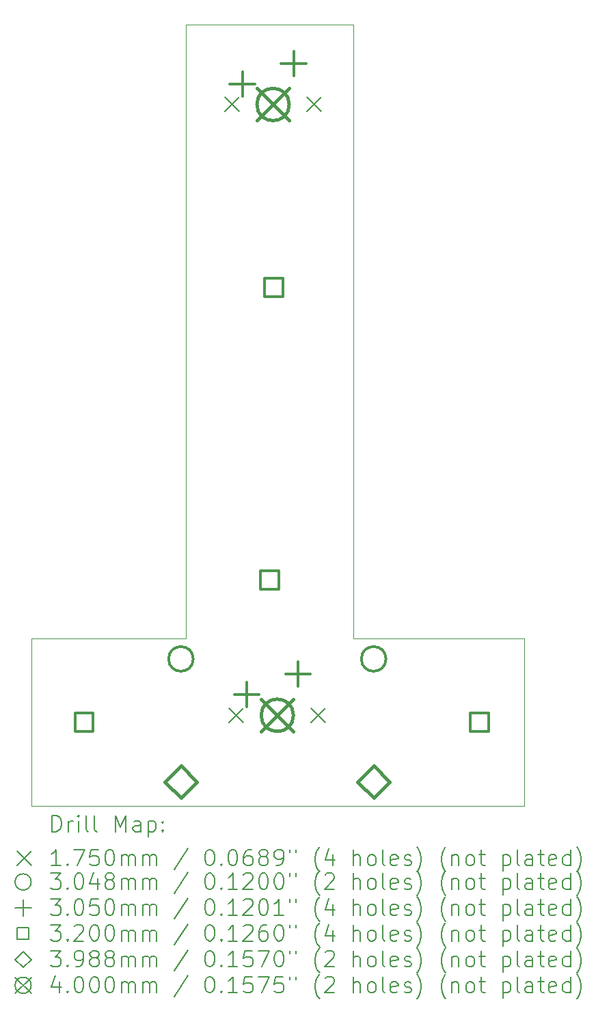
<source format=gbr>
%TF.GenerationSoftware,KiCad,Pcbnew,8.0.4*%
%TF.CreationDate,2024-07-29T14:44:43-07:00*%
%TF.ProjectId,3board_c,33626f61-7264-45f6-932e-6b696361645f,rev?*%
%TF.SameCoordinates,Original*%
%TF.FileFunction,Drillmap*%
%TF.FilePolarity,Positive*%
%FSLAX45Y45*%
G04 Gerber Fmt 4.5, Leading zero omitted, Abs format (unit mm)*
G04 Created by KiCad (PCBNEW 8.0.4) date 2024-07-29 14:44:43*
%MOMM*%
%LPD*%
G01*
G04 APERTURE LIST*
%ADD10C,0.100000*%
%ADD11C,0.200000*%
%ADD12C,0.175000*%
%ADD13C,0.304800*%
%ADD14C,0.305000*%
%ADD15C,0.320000*%
%ADD16C,0.398780*%
%ADD17C,0.400000*%
G04 APERTURE END LIST*
D10*
X15786000Y-2000000D02*
X15786000Y-9600000D01*
X11800000Y-9600000D02*
X13715000Y-9600000D01*
X17900000Y-9600000D02*
X17900000Y-11675000D01*
X15786000Y-9600000D02*
X17900000Y-9600000D01*
X13715000Y-9600000D02*
X13715000Y-2000000D01*
X11800000Y-11675000D02*
X11800000Y-9600000D01*
X13715000Y-2000000D02*
X15786000Y-2000000D01*
X17900000Y-11675000D02*
X11800000Y-11675000D01*
D11*
D12*
X14196091Y-2897912D02*
X14371091Y-3072912D01*
X14371091Y-2897912D02*
X14196091Y-3072912D01*
X14248500Y-10463500D02*
X14423500Y-10638500D01*
X14423500Y-10463500D02*
X14248500Y-10638500D01*
X15212091Y-2897912D02*
X15387091Y-3072912D01*
X15387091Y-2897912D02*
X15212091Y-3072912D01*
X15264500Y-10463500D02*
X15439500Y-10638500D01*
X15439500Y-10463500D02*
X15264500Y-10638500D01*
D13*
X13802600Y-9852500D02*
G75*
G02*
X13497800Y-9852500I-152400J0D01*
G01*
X13497800Y-9852500D02*
G75*
G02*
X13802600Y-9852500I152400J0D01*
G01*
X16190200Y-9852500D02*
G75*
G02*
X15885400Y-9852500I-152400J0D01*
G01*
X15885400Y-9852500D02*
G75*
G02*
X16190200Y-9852500I152400J0D01*
G01*
D14*
X14410591Y-2578912D02*
X14410591Y-2883912D01*
X14258091Y-2731412D02*
X14563091Y-2731412D01*
X14463000Y-10144500D02*
X14463000Y-10449500D01*
X14310500Y-10297000D02*
X14615500Y-10297000D01*
X15045591Y-2324912D02*
X15045591Y-2629912D01*
X14893091Y-2477412D02*
X15198091Y-2477412D01*
X15098000Y-9890500D02*
X15098000Y-10195500D01*
X14945500Y-10043000D02*
X15250500Y-10043000D01*
D15*
X12563138Y-10750638D02*
X12563138Y-10524362D01*
X12336862Y-10524362D01*
X12336862Y-10750638D01*
X12563138Y-10750638D01*
X14863138Y-8988138D02*
X14863138Y-8761862D01*
X14636862Y-8761862D01*
X14636862Y-8988138D01*
X14863138Y-8988138D01*
X14913138Y-5363138D02*
X14913138Y-5136862D01*
X14686862Y-5136862D01*
X14686862Y-5363138D01*
X14913138Y-5363138D01*
X17463138Y-10750638D02*
X17463138Y-10524362D01*
X17236862Y-10524362D01*
X17236862Y-10750638D01*
X17463138Y-10750638D01*
D16*
X13650200Y-11572890D02*
X13849590Y-11373500D01*
X13650200Y-11174110D01*
X13450810Y-11373500D01*
X13650200Y-11572890D01*
X16037800Y-11572890D02*
X16237190Y-11373500D01*
X16037800Y-11174110D01*
X15838410Y-11373500D01*
X16037800Y-11572890D01*
D17*
X14591591Y-2785412D02*
X14991591Y-3185412D01*
X14991591Y-2785412D02*
X14591591Y-3185412D01*
X14991591Y-2985412D02*
G75*
G02*
X14591591Y-2985412I-200000J0D01*
G01*
X14591591Y-2985412D02*
G75*
G02*
X14991591Y-2985412I200000J0D01*
G01*
X14644000Y-10351000D02*
X15044000Y-10751000D01*
X15044000Y-10351000D02*
X14644000Y-10751000D01*
X15044000Y-10551000D02*
G75*
G02*
X14644000Y-10551000I-200000J0D01*
G01*
X14644000Y-10551000D02*
G75*
G02*
X15044000Y-10551000I200000J0D01*
G01*
D11*
X12055777Y-11991484D02*
X12055777Y-11791484D01*
X12055777Y-11791484D02*
X12103396Y-11791484D01*
X12103396Y-11791484D02*
X12131967Y-11801008D01*
X12131967Y-11801008D02*
X12151015Y-11820055D01*
X12151015Y-11820055D02*
X12160539Y-11839103D01*
X12160539Y-11839103D02*
X12170062Y-11877198D01*
X12170062Y-11877198D02*
X12170062Y-11905769D01*
X12170062Y-11905769D02*
X12160539Y-11943865D01*
X12160539Y-11943865D02*
X12151015Y-11962912D01*
X12151015Y-11962912D02*
X12131967Y-11981960D01*
X12131967Y-11981960D02*
X12103396Y-11991484D01*
X12103396Y-11991484D02*
X12055777Y-11991484D01*
X12255777Y-11991484D02*
X12255777Y-11858150D01*
X12255777Y-11896246D02*
X12265301Y-11877198D01*
X12265301Y-11877198D02*
X12274824Y-11867674D01*
X12274824Y-11867674D02*
X12293872Y-11858150D01*
X12293872Y-11858150D02*
X12312920Y-11858150D01*
X12379586Y-11991484D02*
X12379586Y-11858150D01*
X12379586Y-11791484D02*
X12370062Y-11801008D01*
X12370062Y-11801008D02*
X12379586Y-11810531D01*
X12379586Y-11810531D02*
X12389110Y-11801008D01*
X12389110Y-11801008D02*
X12379586Y-11791484D01*
X12379586Y-11791484D02*
X12379586Y-11810531D01*
X12503396Y-11991484D02*
X12484348Y-11981960D01*
X12484348Y-11981960D02*
X12474824Y-11962912D01*
X12474824Y-11962912D02*
X12474824Y-11791484D01*
X12608158Y-11991484D02*
X12589110Y-11981960D01*
X12589110Y-11981960D02*
X12579586Y-11962912D01*
X12579586Y-11962912D02*
X12579586Y-11791484D01*
X12836729Y-11991484D02*
X12836729Y-11791484D01*
X12836729Y-11791484D02*
X12903396Y-11934341D01*
X12903396Y-11934341D02*
X12970062Y-11791484D01*
X12970062Y-11791484D02*
X12970062Y-11991484D01*
X13151015Y-11991484D02*
X13151015Y-11886722D01*
X13151015Y-11886722D02*
X13141491Y-11867674D01*
X13141491Y-11867674D02*
X13122443Y-11858150D01*
X13122443Y-11858150D02*
X13084348Y-11858150D01*
X13084348Y-11858150D02*
X13065301Y-11867674D01*
X13151015Y-11981960D02*
X13131967Y-11991484D01*
X13131967Y-11991484D02*
X13084348Y-11991484D01*
X13084348Y-11991484D02*
X13065301Y-11981960D01*
X13065301Y-11981960D02*
X13055777Y-11962912D01*
X13055777Y-11962912D02*
X13055777Y-11943865D01*
X13055777Y-11943865D02*
X13065301Y-11924817D01*
X13065301Y-11924817D02*
X13084348Y-11915293D01*
X13084348Y-11915293D02*
X13131967Y-11915293D01*
X13131967Y-11915293D02*
X13151015Y-11905769D01*
X13246253Y-11858150D02*
X13246253Y-12058150D01*
X13246253Y-11867674D02*
X13265301Y-11858150D01*
X13265301Y-11858150D02*
X13303396Y-11858150D01*
X13303396Y-11858150D02*
X13322443Y-11867674D01*
X13322443Y-11867674D02*
X13331967Y-11877198D01*
X13331967Y-11877198D02*
X13341491Y-11896246D01*
X13341491Y-11896246D02*
X13341491Y-11953388D01*
X13341491Y-11953388D02*
X13331967Y-11972436D01*
X13331967Y-11972436D02*
X13322443Y-11981960D01*
X13322443Y-11981960D02*
X13303396Y-11991484D01*
X13303396Y-11991484D02*
X13265301Y-11991484D01*
X13265301Y-11991484D02*
X13246253Y-11981960D01*
X13427205Y-11972436D02*
X13436729Y-11981960D01*
X13436729Y-11981960D02*
X13427205Y-11991484D01*
X13427205Y-11991484D02*
X13417682Y-11981960D01*
X13417682Y-11981960D02*
X13427205Y-11972436D01*
X13427205Y-11972436D02*
X13427205Y-11991484D01*
X13427205Y-11867674D02*
X13436729Y-11877198D01*
X13436729Y-11877198D02*
X13427205Y-11886722D01*
X13427205Y-11886722D02*
X13417682Y-11877198D01*
X13417682Y-11877198D02*
X13427205Y-11867674D01*
X13427205Y-11867674D02*
X13427205Y-11886722D01*
D12*
X11620000Y-12232500D02*
X11795000Y-12407500D01*
X11795000Y-12232500D02*
X11620000Y-12407500D01*
D11*
X12160539Y-12411484D02*
X12046253Y-12411484D01*
X12103396Y-12411484D02*
X12103396Y-12211484D01*
X12103396Y-12211484D02*
X12084348Y-12240055D01*
X12084348Y-12240055D02*
X12065301Y-12259103D01*
X12065301Y-12259103D02*
X12046253Y-12268627D01*
X12246253Y-12392436D02*
X12255777Y-12401960D01*
X12255777Y-12401960D02*
X12246253Y-12411484D01*
X12246253Y-12411484D02*
X12236729Y-12401960D01*
X12236729Y-12401960D02*
X12246253Y-12392436D01*
X12246253Y-12392436D02*
X12246253Y-12411484D01*
X12322443Y-12211484D02*
X12455777Y-12211484D01*
X12455777Y-12211484D02*
X12370062Y-12411484D01*
X12627205Y-12211484D02*
X12531967Y-12211484D01*
X12531967Y-12211484D02*
X12522443Y-12306722D01*
X12522443Y-12306722D02*
X12531967Y-12297198D01*
X12531967Y-12297198D02*
X12551015Y-12287674D01*
X12551015Y-12287674D02*
X12598634Y-12287674D01*
X12598634Y-12287674D02*
X12617682Y-12297198D01*
X12617682Y-12297198D02*
X12627205Y-12306722D01*
X12627205Y-12306722D02*
X12636729Y-12325769D01*
X12636729Y-12325769D02*
X12636729Y-12373388D01*
X12636729Y-12373388D02*
X12627205Y-12392436D01*
X12627205Y-12392436D02*
X12617682Y-12401960D01*
X12617682Y-12401960D02*
X12598634Y-12411484D01*
X12598634Y-12411484D02*
X12551015Y-12411484D01*
X12551015Y-12411484D02*
X12531967Y-12401960D01*
X12531967Y-12401960D02*
X12522443Y-12392436D01*
X12760539Y-12211484D02*
X12779586Y-12211484D01*
X12779586Y-12211484D02*
X12798634Y-12221008D01*
X12798634Y-12221008D02*
X12808158Y-12230531D01*
X12808158Y-12230531D02*
X12817682Y-12249579D01*
X12817682Y-12249579D02*
X12827205Y-12287674D01*
X12827205Y-12287674D02*
X12827205Y-12335293D01*
X12827205Y-12335293D02*
X12817682Y-12373388D01*
X12817682Y-12373388D02*
X12808158Y-12392436D01*
X12808158Y-12392436D02*
X12798634Y-12401960D01*
X12798634Y-12401960D02*
X12779586Y-12411484D01*
X12779586Y-12411484D02*
X12760539Y-12411484D01*
X12760539Y-12411484D02*
X12741491Y-12401960D01*
X12741491Y-12401960D02*
X12731967Y-12392436D01*
X12731967Y-12392436D02*
X12722443Y-12373388D01*
X12722443Y-12373388D02*
X12712920Y-12335293D01*
X12712920Y-12335293D02*
X12712920Y-12287674D01*
X12712920Y-12287674D02*
X12722443Y-12249579D01*
X12722443Y-12249579D02*
X12731967Y-12230531D01*
X12731967Y-12230531D02*
X12741491Y-12221008D01*
X12741491Y-12221008D02*
X12760539Y-12211484D01*
X12912920Y-12411484D02*
X12912920Y-12278150D01*
X12912920Y-12297198D02*
X12922443Y-12287674D01*
X12922443Y-12287674D02*
X12941491Y-12278150D01*
X12941491Y-12278150D02*
X12970063Y-12278150D01*
X12970063Y-12278150D02*
X12989110Y-12287674D01*
X12989110Y-12287674D02*
X12998634Y-12306722D01*
X12998634Y-12306722D02*
X12998634Y-12411484D01*
X12998634Y-12306722D02*
X13008158Y-12287674D01*
X13008158Y-12287674D02*
X13027205Y-12278150D01*
X13027205Y-12278150D02*
X13055777Y-12278150D01*
X13055777Y-12278150D02*
X13074824Y-12287674D01*
X13074824Y-12287674D02*
X13084348Y-12306722D01*
X13084348Y-12306722D02*
X13084348Y-12411484D01*
X13179586Y-12411484D02*
X13179586Y-12278150D01*
X13179586Y-12297198D02*
X13189110Y-12287674D01*
X13189110Y-12287674D02*
X13208158Y-12278150D01*
X13208158Y-12278150D02*
X13236729Y-12278150D01*
X13236729Y-12278150D02*
X13255777Y-12287674D01*
X13255777Y-12287674D02*
X13265301Y-12306722D01*
X13265301Y-12306722D02*
X13265301Y-12411484D01*
X13265301Y-12306722D02*
X13274824Y-12287674D01*
X13274824Y-12287674D02*
X13293872Y-12278150D01*
X13293872Y-12278150D02*
X13322443Y-12278150D01*
X13322443Y-12278150D02*
X13341491Y-12287674D01*
X13341491Y-12287674D02*
X13351015Y-12306722D01*
X13351015Y-12306722D02*
X13351015Y-12411484D01*
X13741491Y-12201960D02*
X13570063Y-12459103D01*
X13998634Y-12211484D02*
X14017682Y-12211484D01*
X14017682Y-12211484D02*
X14036729Y-12221008D01*
X14036729Y-12221008D02*
X14046253Y-12230531D01*
X14046253Y-12230531D02*
X14055777Y-12249579D01*
X14055777Y-12249579D02*
X14065301Y-12287674D01*
X14065301Y-12287674D02*
X14065301Y-12335293D01*
X14065301Y-12335293D02*
X14055777Y-12373388D01*
X14055777Y-12373388D02*
X14046253Y-12392436D01*
X14046253Y-12392436D02*
X14036729Y-12401960D01*
X14036729Y-12401960D02*
X14017682Y-12411484D01*
X14017682Y-12411484D02*
X13998634Y-12411484D01*
X13998634Y-12411484D02*
X13979586Y-12401960D01*
X13979586Y-12401960D02*
X13970063Y-12392436D01*
X13970063Y-12392436D02*
X13960539Y-12373388D01*
X13960539Y-12373388D02*
X13951015Y-12335293D01*
X13951015Y-12335293D02*
X13951015Y-12287674D01*
X13951015Y-12287674D02*
X13960539Y-12249579D01*
X13960539Y-12249579D02*
X13970063Y-12230531D01*
X13970063Y-12230531D02*
X13979586Y-12221008D01*
X13979586Y-12221008D02*
X13998634Y-12211484D01*
X14151015Y-12392436D02*
X14160539Y-12401960D01*
X14160539Y-12401960D02*
X14151015Y-12411484D01*
X14151015Y-12411484D02*
X14141491Y-12401960D01*
X14141491Y-12401960D02*
X14151015Y-12392436D01*
X14151015Y-12392436D02*
X14151015Y-12411484D01*
X14284348Y-12211484D02*
X14303396Y-12211484D01*
X14303396Y-12211484D02*
X14322444Y-12221008D01*
X14322444Y-12221008D02*
X14331967Y-12230531D01*
X14331967Y-12230531D02*
X14341491Y-12249579D01*
X14341491Y-12249579D02*
X14351015Y-12287674D01*
X14351015Y-12287674D02*
X14351015Y-12335293D01*
X14351015Y-12335293D02*
X14341491Y-12373388D01*
X14341491Y-12373388D02*
X14331967Y-12392436D01*
X14331967Y-12392436D02*
X14322444Y-12401960D01*
X14322444Y-12401960D02*
X14303396Y-12411484D01*
X14303396Y-12411484D02*
X14284348Y-12411484D01*
X14284348Y-12411484D02*
X14265301Y-12401960D01*
X14265301Y-12401960D02*
X14255777Y-12392436D01*
X14255777Y-12392436D02*
X14246253Y-12373388D01*
X14246253Y-12373388D02*
X14236729Y-12335293D01*
X14236729Y-12335293D02*
X14236729Y-12287674D01*
X14236729Y-12287674D02*
X14246253Y-12249579D01*
X14246253Y-12249579D02*
X14255777Y-12230531D01*
X14255777Y-12230531D02*
X14265301Y-12221008D01*
X14265301Y-12221008D02*
X14284348Y-12211484D01*
X14522444Y-12211484D02*
X14484348Y-12211484D01*
X14484348Y-12211484D02*
X14465301Y-12221008D01*
X14465301Y-12221008D02*
X14455777Y-12230531D01*
X14455777Y-12230531D02*
X14436729Y-12259103D01*
X14436729Y-12259103D02*
X14427206Y-12297198D01*
X14427206Y-12297198D02*
X14427206Y-12373388D01*
X14427206Y-12373388D02*
X14436729Y-12392436D01*
X14436729Y-12392436D02*
X14446253Y-12401960D01*
X14446253Y-12401960D02*
X14465301Y-12411484D01*
X14465301Y-12411484D02*
X14503396Y-12411484D01*
X14503396Y-12411484D02*
X14522444Y-12401960D01*
X14522444Y-12401960D02*
X14531967Y-12392436D01*
X14531967Y-12392436D02*
X14541491Y-12373388D01*
X14541491Y-12373388D02*
X14541491Y-12325769D01*
X14541491Y-12325769D02*
X14531967Y-12306722D01*
X14531967Y-12306722D02*
X14522444Y-12297198D01*
X14522444Y-12297198D02*
X14503396Y-12287674D01*
X14503396Y-12287674D02*
X14465301Y-12287674D01*
X14465301Y-12287674D02*
X14446253Y-12297198D01*
X14446253Y-12297198D02*
X14436729Y-12306722D01*
X14436729Y-12306722D02*
X14427206Y-12325769D01*
X14655777Y-12297198D02*
X14636729Y-12287674D01*
X14636729Y-12287674D02*
X14627206Y-12278150D01*
X14627206Y-12278150D02*
X14617682Y-12259103D01*
X14617682Y-12259103D02*
X14617682Y-12249579D01*
X14617682Y-12249579D02*
X14627206Y-12230531D01*
X14627206Y-12230531D02*
X14636729Y-12221008D01*
X14636729Y-12221008D02*
X14655777Y-12211484D01*
X14655777Y-12211484D02*
X14693872Y-12211484D01*
X14693872Y-12211484D02*
X14712920Y-12221008D01*
X14712920Y-12221008D02*
X14722444Y-12230531D01*
X14722444Y-12230531D02*
X14731967Y-12249579D01*
X14731967Y-12249579D02*
X14731967Y-12259103D01*
X14731967Y-12259103D02*
X14722444Y-12278150D01*
X14722444Y-12278150D02*
X14712920Y-12287674D01*
X14712920Y-12287674D02*
X14693872Y-12297198D01*
X14693872Y-12297198D02*
X14655777Y-12297198D01*
X14655777Y-12297198D02*
X14636729Y-12306722D01*
X14636729Y-12306722D02*
X14627206Y-12316246D01*
X14627206Y-12316246D02*
X14617682Y-12335293D01*
X14617682Y-12335293D02*
X14617682Y-12373388D01*
X14617682Y-12373388D02*
X14627206Y-12392436D01*
X14627206Y-12392436D02*
X14636729Y-12401960D01*
X14636729Y-12401960D02*
X14655777Y-12411484D01*
X14655777Y-12411484D02*
X14693872Y-12411484D01*
X14693872Y-12411484D02*
X14712920Y-12401960D01*
X14712920Y-12401960D02*
X14722444Y-12392436D01*
X14722444Y-12392436D02*
X14731967Y-12373388D01*
X14731967Y-12373388D02*
X14731967Y-12335293D01*
X14731967Y-12335293D02*
X14722444Y-12316246D01*
X14722444Y-12316246D02*
X14712920Y-12306722D01*
X14712920Y-12306722D02*
X14693872Y-12297198D01*
X14827206Y-12411484D02*
X14865301Y-12411484D01*
X14865301Y-12411484D02*
X14884348Y-12401960D01*
X14884348Y-12401960D02*
X14893872Y-12392436D01*
X14893872Y-12392436D02*
X14912920Y-12363865D01*
X14912920Y-12363865D02*
X14922444Y-12325769D01*
X14922444Y-12325769D02*
X14922444Y-12249579D01*
X14922444Y-12249579D02*
X14912920Y-12230531D01*
X14912920Y-12230531D02*
X14903396Y-12221008D01*
X14903396Y-12221008D02*
X14884348Y-12211484D01*
X14884348Y-12211484D02*
X14846253Y-12211484D01*
X14846253Y-12211484D02*
X14827206Y-12221008D01*
X14827206Y-12221008D02*
X14817682Y-12230531D01*
X14817682Y-12230531D02*
X14808158Y-12249579D01*
X14808158Y-12249579D02*
X14808158Y-12297198D01*
X14808158Y-12297198D02*
X14817682Y-12316246D01*
X14817682Y-12316246D02*
X14827206Y-12325769D01*
X14827206Y-12325769D02*
X14846253Y-12335293D01*
X14846253Y-12335293D02*
X14884348Y-12335293D01*
X14884348Y-12335293D02*
X14903396Y-12325769D01*
X14903396Y-12325769D02*
X14912920Y-12316246D01*
X14912920Y-12316246D02*
X14922444Y-12297198D01*
X14998634Y-12211484D02*
X14998634Y-12249579D01*
X15074825Y-12211484D02*
X15074825Y-12249579D01*
X15370063Y-12487674D02*
X15360539Y-12478150D01*
X15360539Y-12478150D02*
X15341491Y-12449579D01*
X15341491Y-12449579D02*
X15331968Y-12430531D01*
X15331968Y-12430531D02*
X15322444Y-12401960D01*
X15322444Y-12401960D02*
X15312920Y-12354341D01*
X15312920Y-12354341D02*
X15312920Y-12316246D01*
X15312920Y-12316246D02*
X15322444Y-12268627D01*
X15322444Y-12268627D02*
X15331968Y-12240055D01*
X15331968Y-12240055D02*
X15341491Y-12221008D01*
X15341491Y-12221008D02*
X15360539Y-12192436D01*
X15360539Y-12192436D02*
X15370063Y-12182912D01*
X15531968Y-12278150D02*
X15531968Y-12411484D01*
X15484348Y-12201960D02*
X15436729Y-12344817D01*
X15436729Y-12344817D02*
X15560539Y-12344817D01*
X15789110Y-12411484D02*
X15789110Y-12211484D01*
X15874825Y-12411484D02*
X15874825Y-12306722D01*
X15874825Y-12306722D02*
X15865301Y-12287674D01*
X15865301Y-12287674D02*
X15846253Y-12278150D01*
X15846253Y-12278150D02*
X15817682Y-12278150D01*
X15817682Y-12278150D02*
X15798634Y-12287674D01*
X15798634Y-12287674D02*
X15789110Y-12297198D01*
X15998634Y-12411484D02*
X15979587Y-12401960D01*
X15979587Y-12401960D02*
X15970063Y-12392436D01*
X15970063Y-12392436D02*
X15960539Y-12373388D01*
X15960539Y-12373388D02*
X15960539Y-12316246D01*
X15960539Y-12316246D02*
X15970063Y-12297198D01*
X15970063Y-12297198D02*
X15979587Y-12287674D01*
X15979587Y-12287674D02*
X15998634Y-12278150D01*
X15998634Y-12278150D02*
X16027206Y-12278150D01*
X16027206Y-12278150D02*
X16046253Y-12287674D01*
X16046253Y-12287674D02*
X16055777Y-12297198D01*
X16055777Y-12297198D02*
X16065301Y-12316246D01*
X16065301Y-12316246D02*
X16065301Y-12373388D01*
X16065301Y-12373388D02*
X16055777Y-12392436D01*
X16055777Y-12392436D02*
X16046253Y-12401960D01*
X16046253Y-12401960D02*
X16027206Y-12411484D01*
X16027206Y-12411484D02*
X15998634Y-12411484D01*
X16179587Y-12411484D02*
X16160539Y-12401960D01*
X16160539Y-12401960D02*
X16151015Y-12382912D01*
X16151015Y-12382912D02*
X16151015Y-12211484D01*
X16331968Y-12401960D02*
X16312920Y-12411484D01*
X16312920Y-12411484D02*
X16274825Y-12411484D01*
X16274825Y-12411484D02*
X16255777Y-12401960D01*
X16255777Y-12401960D02*
X16246253Y-12382912D01*
X16246253Y-12382912D02*
X16246253Y-12306722D01*
X16246253Y-12306722D02*
X16255777Y-12287674D01*
X16255777Y-12287674D02*
X16274825Y-12278150D01*
X16274825Y-12278150D02*
X16312920Y-12278150D01*
X16312920Y-12278150D02*
X16331968Y-12287674D01*
X16331968Y-12287674D02*
X16341491Y-12306722D01*
X16341491Y-12306722D02*
X16341491Y-12325769D01*
X16341491Y-12325769D02*
X16246253Y-12344817D01*
X16417682Y-12401960D02*
X16436730Y-12411484D01*
X16436730Y-12411484D02*
X16474825Y-12411484D01*
X16474825Y-12411484D02*
X16493872Y-12401960D01*
X16493872Y-12401960D02*
X16503396Y-12382912D01*
X16503396Y-12382912D02*
X16503396Y-12373388D01*
X16503396Y-12373388D02*
X16493872Y-12354341D01*
X16493872Y-12354341D02*
X16474825Y-12344817D01*
X16474825Y-12344817D02*
X16446253Y-12344817D01*
X16446253Y-12344817D02*
X16427206Y-12335293D01*
X16427206Y-12335293D02*
X16417682Y-12316246D01*
X16417682Y-12316246D02*
X16417682Y-12306722D01*
X16417682Y-12306722D02*
X16427206Y-12287674D01*
X16427206Y-12287674D02*
X16446253Y-12278150D01*
X16446253Y-12278150D02*
X16474825Y-12278150D01*
X16474825Y-12278150D02*
X16493872Y-12287674D01*
X16570063Y-12487674D02*
X16579587Y-12478150D01*
X16579587Y-12478150D02*
X16598634Y-12449579D01*
X16598634Y-12449579D02*
X16608158Y-12430531D01*
X16608158Y-12430531D02*
X16617682Y-12401960D01*
X16617682Y-12401960D02*
X16627206Y-12354341D01*
X16627206Y-12354341D02*
X16627206Y-12316246D01*
X16627206Y-12316246D02*
X16617682Y-12268627D01*
X16617682Y-12268627D02*
X16608158Y-12240055D01*
X16608158Y-12240055D02*
X16598634Y-12221008D01*
X16598634Y-12221008D02*
X16579587Y-12192436D01*
X16579587Y-12192436D02*
X16570063Y-12182912D01*
X16931968Y-12487674D02*
X16922444Y-12478150D01*
X16922444Y-12478150D02*
X16903396Y-12449579D01*
X16903396Y-12449579D02*
X16893873Y-12430531D01*
X16893873Y-12430531D02*
X16884349Y-12401960D01*
X16884349Y-12401960D02*
X16874825Y-12354341D01*
X16874825Y-12354341D02*
X16874825Y-12316246D01*
X16874825Y-12316246D02*
X16884349Y-12268627D01*
X16884349Y-12268627D02*
X16893873Y-12240055D01*
X16893873Y-12240055D02*
X16903396Y-12221008D01*
X16903396Y-12221008D02*
X16922444Y-12192436D01*
X16922444Y-12192436D02*
X16931968Y-12182912D01*
X17008158Y-12278150D02*
X17008158Y-12411484D01*
X17008158Y-12297198D02*
X17017682Y-12287674D01*
X17017682Y-12287674D02*
X17036730Y-12278150D01*
X17036730Y-12278150D02*
X17065301Y-12278150D01*
X17065301Y-12278150D02*
X17084349Y-12287674D01*
X17084349Y-12287674D02*
X17093873Y-12306722D01*
X17093873Y-12306722D02*
X17093873Y-12411484D01*
X17217682Y-12411484D02*
X17198634Y-12401960D01*
X17198634Y-12401960D02*
X17189111Y-12392436D01*
X17189111Y-12392436D02*
X17179587Y-12373388D01*
X17179587Y-12373388D02*
X17179587Y-12316246D01*
X17179587Y-12316246D02*
X17189111Y-12297198D01*
X17189111Y-12297198D02*
X17198634Y-12287674D01*
X17198634Y-12287674D02*
X17217682Y-12278150D01*
X17217682Y-12278150D02*
X17246254Y-12278150D01*
X17246254Y-12278150D02*
X17265301Y-12287674D01*
X17265301Y-12287674D02*
X17274825Y-12297198D01*
X17274825Y-12297198D02*
X17284349Y-12316246D01*
X17284349Y-12316246D02*
X17284349Y-12373388D01*
X17284349Y-12373388D02*
X17274825Y-12392436D01*
X17274825Y-12392436D02*
X17265301Y-12401960D01*
X17265301Y-12401960D02*
X17246254Y-12411484D01*
X17246254Y-12411484D02*
X17217682Y-12411484D01*
X17341492Y-12278150D02*
X17417682Y-12278150D01*
X17370063Y-12211484D02*
X17370063Y-12382912D01*
X17370063Y-12382912D02*
X17379587Y-12401960D01*
X17379587Y-12401960D02*
X17398634Y-12411484D01*
X17398634Y-12411484D02*
X17417682Y-12411484D01*
X17636730Y-12278150D02*
X17636730Y-12478150D01*
X17636730Y-12287674D02*
X17655777Y-12278150D01*
X17655777Y-12278150D02*
X17693873Y-12278150D01*
X17693873Y-12278150D02*
X17712920Y-12287674D01*
X17712920Y-12287674D02*
X17722444Y-12297198D01*
X17722444Y-12297198D02*
X17731968Y-12316246D01*
X17731968Y-12316246D02*
X17731968Y-12373388D01*
X17731968Y-12373388D02*
X17722444Y-12392436D01*
X17722444Y-12392436D02*
X17712920Y-12401960D01*
X17712920Y-12401960D02*
X17693873Y-12411484D01*
X17693873Y-12411484D02*
X17655777Y-12411484D01*
X17655777Y-12411484D02*
X17636730Y-12401960D01*
X17846254Y-12411484D02*
X17827206Y-12401960D01*
X17827206Y-12401960D02*
X17817682Y-12382912D01*
X17817682Y-12382912D02*
X17817682Y-12211484D01*
X18008158Y-12411484D02*
X18008158Y-12306722D01*
X18008158Y-12306722D02*
X17998635Y-12287674D01*
X17998635Y-12287674D02*
X17979587Y-12278150D01*
X17979587Y-12278150D02*
X17941492Y-12278150D01*
X17941492Y-12278150D02*
X17922444Y-12287674D01*
X18008158Y-12401960D02*
X17989111Y-12411484D01*
X17989111Y-12411484D02*
X17941492Y-12411484D01*
X17941492Y-12411484D02*
X17922444Y-12401960D01*
X17922444Y-12401960D02*
X17912920Y-12382912D01*
X17912920Y-12382912D02*
X17912920Y-12363865D01*
X17912920Y-12363865D02*
X17922444Y-12344817D01*
X17922444Y-12344817D02*
X17941492Y-12335293D01*
X17941492Y-12335293D02*
X17989111Y-12335293D01*
X17989111Y-12335293D02*
X18008158Y-12325769D01*
X18074825Y-12278150D02*
X18151015Y-12278150D01*
X18103396Y-12211484D02*
X18103396Y-12382912D01*
X18103396Y-12382912D02*
X18112920Y-12401960D01*
X18112920Y-12401960D02*
X18131968Y-12411484D01*
X18131968Y-12411484D02*
X18151015Y-12411484D01*
X18293873Y-12401960D02*
X18274825Y-12411484D01*
X18274825Y-12411484D02*
X18236730Y-12411484D01*
X18236730Y-12411484D02*
X18217682Y-12401960D01*
X18217682Y-12401960D02*
X18208158Y-12382912D01*
X18208158Y-12382912D02*
X18208158Y-12306722D01*
X18208158Y-12306722D02*
X18217682Y-12287674D01*
X18217682Y-12287674D02*
X18236730Y-12278150D01*
X18236730Y-12278150D02*
X18274825Y-12278150D01*
X18274825Y-12278150D02*
X18293873Y-12287674D01*
X18293873Y-12287674D02*
X18303396Y-12306722D01*
X18303396Y-12306722D02*
X18303396Y-12325769D01*
X18303396Y-12325769D02*
X18208158Y-12344817D01*
X18474825Y-12411484D02*
X18474825Y-12211484D01*
X18474825Y-12401960D02*
X18455777Y-12411484D01*
X18455777Y-12411484D02*
X18417682Y-12411484D01*
X18417682Y-12411484D02*
X18398635Y-12401960D01*
X18398635Y-12401960D02*
X18389111Y-12392436D01*
X18389111Y-12392436D02*
X18379587Y-12373388D01*
X18379587Y-12373388D02*
X18379587Y-12316246D01*
X18379587Y-12316246D02*
X18389111Y-12297198D01*
X18389111Y-12297198D02*
X18398635Y-12287674D01*
X18398635Y-12287674D02*
X18417682Y-12278150D01*
X18417682Y-12278150D02*
X18455777Y-12278150D01*
X18455777Y-12278150D02*
X18474825Y-12287674D01*
X18551016Y-12487674D02*
X18560539Y-12478150D01*
X18560539Y-12478150D02*
X18579587Y-12449579D01*
X18579587Y-12449579D02*
X18589111Y-12430531D01*
X18589111Y-12430531D02*
X18598635Y-12401960D01*
X18598635Y-12401960D02*
X18608158Y-12354341D01*
X18608158Y-12354341D02*
X18608158Y-12316246D01*
X18608158Y-12316246D02*
X18598635Y-12268627D01*
X18598635Y-12268627D02*
X18589111Y-12240055D01*
X18589111Y-12240055D02*
X18579587Y-12221008D01*
X18579587Y-12221008D02*
X18560539Y-12192436D01*
X18560539Y-12192436D02*
X18551016Y-12182912D01*
X11795000Y-12615000D02*
G75*
G02*
X11595000Y-12615000I-100000J0D01*
G01*
X11595000Y-12615000D02*
G75*
G02*
X11795000Y-12615000I100000J0D01*
G01*
X12036729Y-12506484D02*
X12160539Y-12506484D01*
X12160539Y-12506484D02*
X12093872Y-12582674D01*
X12093872Y-12582674D02*
X12122443Y-12582674D01*
X12122443Y-12582674D02*
X12141491Y-12592198D01*
X12141491Y-12592198D02*
X12151015Y-12601722D01*
X12151015Y-12601722D02*
X12160539Y-12620769D01*
X12160539Y-12620769D02*
X12160539Y-12668388D01*
X12160539Y-12668388D02*
X12151015Y-12687436D01*
X12151015Y-12687436D02*
X12141491Y-12696960D01*
X12141491Y-12696960D02*
X12122443Y-12706484D01*
X12122443Y-12706484D02*
X12065301Y-12706484D01*
X12065301Y-12706484D02*
X12046253Y-12696960D01*
X12046253Y-12696960D02*
X12036729Y-12687436D01*
X12246253Y-12687436D02*
X12255777Y-12696960D01*
X12255777Y-12696960D02*
X12246253Y-12706484D01*
X12246253Y-12706484D02*
X12236729Y-12696960D01*
X12236729Y-12696960D02*
X12246253Y-12687436D01*
X12246253Y-12687436D02*
X12246253Y-12706484D01*
X12379586Y-12506484D02*
X12398634Y-12506484D01*
X12398634Y-12506484D02*
X12417682Y-12516008D01*
X12417682Y-12516008D02*
X12427205Y-12525531D01*
X12427205Y-12525531D02*
X12436729Y-12544579D01*
X12436729Y-12544579D02*
X12446253Y-12582674D01*
X12446253Y-12582674D02*
X12446253Y-12630293D01*
X12446253Y-12630293D02*
X12436729Y-12668388D01*
X12436729Y-12668388D02*
X12427205Y-12687436D01*
X12427205Y-12687436D02*
X12417682Y-12696960D01*
X12417682Y-12696960D02*
X12398634Y-12706484D01*
X12398634Y-12706484D02*
X12379586Y-12706484D01*
X12379586Y-12706484D02*
X12360539Y-12696960D01*
X12360539Y-12696960D02*
X12351015Y-12687436D01*
X12351015Y-12687436D02*
X12341491Y-12668388D01*
X12341491Y-12668388D02*
X12331967Y-12630293D01*
X12331967Y-12630293D02*
X12331967Y-12582674D01*
X12331967Y-12582674D02*
X12341491Y-12544579D01*
X12341491Y-12544579D02*
X12351015Y-12525531D01*
X12351015Y-12525531D02*
X12360539Y-12516008D01*
X12360539Y-12516008D02*
X12379586Y-12506484D01*
X12617682Y-12573150D02*
X12617682Y-12706484D01*
X12570062Y-12496960D02*
X12522443Y-12639817D01*
X12522443Y-12639817D02*
X12646253Y-12639817D01*
X12751015Y-12592198D02*
X12731967Y-12582674D01*
X12731967Y-12582674D02*
X12722443Y-12573150D01*
X12722443Y-12573150D02*
X12712920Y-12554103D01*
X12712920Y-12554103D02*
X12712920Y-12544579D01*
X12712920Y-12544579D02*
X12722443Y-12525531D01*
X12722443Y-12525531D02*
X12731967Y-12516008D01*
X12731967Y-12516008D02*
X12751015Y-12506484D01*
X12751015Y-12506484D02*
X12789110Y-12506484D01*
X12789110Y-12506484D02*
X12808158Y-12516008D01*
X12808158Y-12516008D02*
X12817682Y-12525531D01*
X12817682Y-12525531D02*
X12827205Y-12544579D01*
X12827205Y-12544579D02*
X12827205Y-12554103D01*
X12827205Y-12554103D02*
X12817682Y-12573150D01*
X12817682Y-12573150D02*
X12808158Y-12582674D01*
X12808158Y-12582674D02*
X12789110Y-12592198D01*
X12789110Y-12592198D02*
X12751015Y-12592198D01*
X12751015Y-12592198D02*
X12731967Y-12601722D01*
X12731967Y-12601722D02*
X12722443Y-12611246D01*
X12722443Y-12611246D02*
X12712920Y-12630293D01*
X12712920Y-12630293D02*
X12712920Y-12668388D01*
X12712920Y-12668388D02*
X12722443Y-12687436D01*
X12722443Y-12687436D02*
X12731967Y-12696960D01*
X12731967Y-12696960D02*
X12751015Y-12706484D01*
X12751015Y-12706484D02*
X12789110Y-12706484D01*
X12789110Y-12706484D02*
X12808158Y-12696960D01*
X12808158Y-12696960D02*
X12817682Y-12687436D01*
X12817682Y-12687436D02*
X12827205Y-12668388D01*
X12827205Y-12668388D02*
X12827205Y-12630293D01*
X12827205Y-12630293D02*
X12817682Y-12611246D01*
X12817682Y-12611246D02*
X12808158Y-12601722D01*
X12808158Y-12601722D02*
X12789110Y-12592198D01*
X12912920Y-12706484D02*
X12912920Y-12573150D01*
X12912920Y-12592198D02*
X12922443Y-12582674D01*
X12922443Y-12582674D02*
X12941491Y-12573150D01*
X12941491Y-12573150D02*
X12970063Y-12573150D01*
X12970063Y-12573150D02*
X12989110Y-12582674D01*
X12989110Y-12582674D02*
X12998634Y-12601722D01*
X12998634Y-12601722D02*
X12998634Y-12706484D01*
X12998634Y-12601722D02*
X13008158Y-12582674D01*
X13008158Y-12582674D02*
X13027205Y-12573150D01*
X13027205Y-12573150D02*
X13055777Y-12573150D01*
X13055777Y-12573150D02*
X13074824Y-12582674D01*
X13074824Y-12582674D02*
X13084348Y-12601722D01*
X13084348Y-12601722D02*
X13084348Y-12706484D01*
X13179586Y-12706484D02*
X13179586Y-12573150D01*
X13179586Y-12592198D02*
X13189110Y-12582674D01*
X13189110Y-12582674D02*
X13208158Y-12573150D01*
X13208158Y-12573150D02*
X13236729Y-12573150D01*
X13236729Y-12573150D02*
X13255777Y-12582674D01*
X13255777Y-12582674D02*
X13265301Y-12601722D01*
X13265301Y-12601722D02*
X13265301Y-12706484D01*
X13265301Y-12601722D02*
X13274824Y-12582674D01*
X13274824Y-12582674D02*
X13293872Y-12573150D01*
X13293872Y-12573150D02*
X13322443Y-12573150D01*
X13322443Y-12573150D02*
X13341491Y-12582674D01*
X13341491Y-12582674D02*
X13351015Y-12601722D01*
X13351015Y-12601722D02*
X13351015Y-12706484D01*
X13741491Y-12496960D02*
X13570063Y-12754103D01*
X13998634Y-12506484D02*
X14017682Y-12506484D01*
X14017682Y-12506484D02*
X14036729Y-12516008D01*
X14036729Y-12516008D02*
X14046253Y-12525531D01*
X14046253Y-12525531D02*
X14055777Y-12544579D01*
X14055777Y-12544579D02*
X14065301Y-12582674D01*
X14065301Y-12582674D02*
X14065301Y-12630293D01*
X14065301Y-12630293D02*
X14055777Y-12668388D01*
X14055777Y-12668388D02*
X14046253Y-12687436D01*
X14046253Y-12687436D02*
X14036729Y-12696960D01*
X14036729Y-12696960D02*
X14017682Y-12706484D01*
X14017682Y-12706484D02*
X13998634Y-12706484D01*
X13998634Y-12706484D02*
X13979586Y-12696960D01*
X13979586Y-12696960D02*
X13970063Y-12687436D01*
X13970063Y-12687436D02*
X13960539Y-12668388D01*
X13960539Y-12668388D02*
X13951015Y-12630293D01*
X13951015Y-12630293D02*
X13951015Y-12582674D01*
X13951015Y-12582674D02*
X13960539Y-12544579D01*
X13960539Y-12544579D02*
X13970063Y-12525531D01*
X13970063Y-12525531D02*
X13979586Y-12516008D01*
X13979586Y-12516008D02*
X13998634Y-12506484D01*
X14151015Y-12687436D02*
X14160539Y-12696960D01*
X14160539Y-12696960D02*
X14151015Y-12706484D01*
X14151015Y-12706484D02*
X14141491Y-12696960D01*
X14141491Y-12696960D02*
X14151015Y-12687436D01*
X14151015Y-12687436D02*
X14151015Y-12706484D01*
X14351015Y-12706484D02*
X14236729Y-12706484D01*
X14293872Y-12706484D02*
X14293872Y-12506484D01*
X14293872Y-12506484D02*
X14274825Y-12535055D01*
X14274825Y-12535055D02*
X14255777Y-12554103D01*
X14255777Y-12554103D02*
X14236729Y-12563627D01*
X14427206Y-12525531D02*
X14436729Y-12516008D01*
X14436729Y-12516008D02*
X14455777Y-12506484D01*
X14455777Y-12506484D02*
X14503396Y-12506484D01*
X14503396Y-12506484D02*
X14522444Y-12516008D01*
X14522444Y-12516008D02*
X14531967Y-12525531D01*
X14531967Y-12525531D02*
X14541491Y-12544579D01*
X14541491Y-12544579D02*
X14541491Y-12563627D01*
X14541491Y-12563627D02*
X14531967Y-12592198D01*
X14531967Y-12592198D02*
X14417682Y-12706484D01*
X14417682Y-12706484D02*
X14541491Y-12706484D01*
X14665301Y-12506484D02*
X14684348Y-12506484D01*
X14684348Y-12506484D02*
X14703396Y-12516008D01*
X14703396Y-12516008D02*
X14712920Y-12525531D01*
X14712920Y-12525531D02*
X14722444Y-12544579D01*
X14722444Y-12544579D02*
X14731967Y-12582674D01*
X14731967Y-12582674D02*
X14731967Y-12630293D01*
X14731967Y-12630293D02*
X14722444Y-12668388D01*
X14722444Y-12668388D02*
X14712920Y-12687436D01*
X14712920Y-12687436D02*
X14703396Y-12696960D01*
X14703396Y-12696960D02*
X14684348Y-12706484D01*
X14684348Y-12706484D02*
X14665301Y-12706484D01*
X14665301Y-12706484D02*
X14646253Y-12696960D01*
X14646253Y-12696960D02*
X14636729Y-12687436D01*
X14636729Y-12687436D02*
X14627206Y-12668388D01*
X14627206Y-12668388D02*
X14617682Y-12630293D01*
X14617682Y-12630293D02*
X14617682Y-12582674D01*
X14617682Y-12582674D02*
X14627206Y-12544579D01*
X14627206Y-12544579D02*
X14636729Y-12525531D01*
X14636729Y-12525531D02*
X14646253Y-12516008D01*
X14646253Y-12516008D02*
X14665301Y-12506484D01*
X14855777Y-12506484D02*
X14874825Y-12506484D01*
X14874825Y-12506484D02*
X14893872Y-12516008D01*
X14893872Y-12516008D02*
X14903396Y-12525531D01*
X14903396Y-12525531D02*
X14912920Y-12544579D01*
X14912920Y-12544579D02*
X14922444Y-12582674D01*
X14922444Y-12582674D02*
X14922444Y-12630293D01*
X14922444Y-12630293D02*
X14912920Y-12668388D01*
X14912920Y-12668388D02*
X14903396Y-12687436D01*
X14903396Y-12687436D02*
X14893872Y-12696960D01*
X14893872Y-12696960D02*
X14874825Y-12706484D01*
X14874825Y-12706484D02*
X14855777Y-12706484D01*
X14855777Y-12706484D02*
X14836729Y-12696960D01*
X14836729Y-12696960D02*
X14827206Y-12687436D01*
X14827206Y-12687436D02*
X14817682Y-12668388D01*
X14817682Y-12668388D02*
X14808158Y-12630293D01*
X14808158Y-12630293D02*
X14808158Y-12582674D01*
X14808158Y-12582674D02*
X14817682Y-12544579D01*
X14817682Y-12544579D02*
X14827206Y-12525531D01*
X14827206Y-12525531D02*
X14836729Y-12516008D01*
X14836729Y-12516008D02*
X14855777Y-12506484D01*
X14998634Y-12506484D02*
X14998634Y-12544579D01*
X15074825Y-12506484D02*
X15074825Y-12544579D01*
X15370063Y-12782674D02*
X15360539Y-12773150D01*
X15360539Y-12773150D02*
X15341491Y-12744579D01*
X15341491Y-12744579D02*
X15331968Y-12725531D01*
X15331968Y-12725531D02*
X15322444Y-12696960D01*
X15322444Y-12696960D02*
X15312920Y-12649341D01*
X15312920Y-12649341D02*
X15312920Y-12611246D01*
X15312920Y-12611246D02*
X15322444Y-12563627D01*
X15322444Y-12563627D02*
X15331968Y-12535055D01*
X15331968Y-12535055D02*
X15341491Y-12516008D01*
X15341491Y-12516008D02*
X15360539Y-12487436D01*
X15360539Y-12487436D02*
X15370063Y-12477912D01*
X15436729Y-12525531D02*
X15446253Y-12516008D01*
X15446253Y-12516008D02*
X15465301Y-12506484D01*
X15465301Y-12506484D02*
X15512920Y-12506484D01*
X15512920Y-12506484D02*
X15531968Y-12516008D01*
X15531968Y-12516008D02*
X15541491Y-12525531D01*
X15541491Y-12525531D02*
X15551015Y-12544579D01*
X15551015Y-12544579D02*
X15551015Y-12563627D01*
X15551015Y-12563627D02*
X15541491Y-12592198D01*
X15541491Y-12592198D02*
X15427206Y-12706484D01*
X15427206Y-12706484D02*
X15551015Y-12706484D01*
X15789110Y-12706484D02*
X15789110Y-12506484D01*
X15874825Y-12706484D02*
X15874825Y-12601722D01*
X15874825Y-12601722D02*
X15865301Y-12582674D01*
X15865301Y-12582674D02*
X15846253Y-12573150D01*
X15846253Y-12573150D02*
X15817682Y-12573150D01*
X15817682Y-12573150D02*
X15798634Y-12582674D01*
X15798634Y-12582674D02*
X15789110Y-12592198D01*
X15998634Y-12706484D02*
X15979587Y-12696960D01*
X15979587Y-12696960D02*
X15970063Y-12687436D01*
X15970063Y-12687436D02*
X15960539Y-12668388D01*
X15960539Y-12668388D02*
X15960539Y-12611246D01*
X15960539Y-12611246D02*
X15970063Y-12592198D01*
X15970063Y-12592198D02*
X15979587Y-12582674D01*
X15979587Y-12582674D02*
X15998634Y-12573150D01*
X15998634Y-12573150D02*
X16027206Y-12573150D01*
X16027206Y-12573150D02*
X16046253Y-12582674D01*
X16046253Y-12582674D02*
X16055777Y-12592198D01*
X16055777Y-12592198D02*
X16065301Y-12611246D01*
X16065301Y-12611246D02*
X16065301Y-12668388D01*
X16065301Y-12668388D02*
X16055777Y-12687436D01*
X16055777Y-12687436D02*
X16046253Y-12696960D01*
X16046253Y-12696960D02*
X16027206Y-12706484D01*
X16027206Y-12706484D02*
X15998634Y-12706484D01*
X16179587Y-12706484D02*
X16160539Y-12696960D01*
X16160539Y-12696960D02*
X16151015Y-12677912D01*
X16151015Y-12677912D02*
X16151015Y-12506484D01*
X16331968Y-12696960D02*
X16312920Y-12706484D01*
X16312920Y-12706484D02*
X16274825Y-12706484D01*
X16274825Y-12706484D02*
X16255777Y-12696960D01*
X16255777Y-12696960D02*
X16246253Y-12677912D01*
X16246253Y-12677912D02*
X16246253Y-12601722D01*
X16246253Y-12601722D02*
X16255777Y-12582674D01*
X16255777Y-12582674D02*
X16274825Y-12573150D01*
X16274825Y-12573150D02*
X16312920Y-12573150D01*
X16312920Y-12573150D02*
X16331968Y-12582674D01*
X16331968Y-12582674D02*
X16341491Y-12601722D01*
X16341491Y-12601722D02*
X16341491Y-12620769D01*
X16341491Y-12620769D02*
X16246253Y-12639817D01*
X16417682Y-12696960D02*
X16436730Y-12706484D01*
X16436730Y-12706484D02*
X16474825Y-12706484D01*
X16474825Y-12706484D02*
X16493872Y-12696960D01*
X16493872Y-12696960D02*
X16503396Y-12677912D01*
X16503396Y-12677912D02*
X16503396Y-12668388D01*
X16503396Y-12668388D02*
X16493872Y-12649341D01*
X16493872Y-12649341D02*
X16474825Y-12639817D01*
X16474825Y-12639817D02*
X16446253Y-12639817D01*
X16446253Y-12639817D02*
X16427206Y-12630293D01*
X16427206Y-12630293D02*
X16417682Y-12611246D01*
X16417682Y-12611246D02*
X16417682Y-12601722D01*
X16417682Y-12601722D02*
X16427206Y-12582674D01*
X16427206Y-12582674D02*
X16446253Y-12573150D01*
X16446253Y-12573150D02*
X16474825Y-12573150D01*
X16474825Y-12573150D02*
X16493872Y-12582674D01*
X16570063Y-12782674D02*
X16579587Y-12773150D01*
X16579587Y-12773150D02*
X16598634Y-12744579D01*
X16598634Y-12744579D02*
X16608158Y-12725531D01*
X16608158Y-12725531D02*
X16617682Y-12696960D01*
X16617682Y-12696960D02*
X16627206Y-12649341D01*
X16627206Y-12649341D02*
X16627206Y-12611246D01*
X16627206Y-12611246D02*
X16617682Y-12563627D01*
X16617682Y-12563627D02*
X16608158Y-12535055D01*
X16608158Y-12535055D02*
X16598634Y-12516008D01*
X16598634Y-12516008D02*
X16579587Y-12487436D01*
X16579587Y-12487436D02*
X16570063Y-12477912D01*
X16931968Y-12782674D02*
X16922444Y-12773150D01*
X16922444Y-12773150D02*
X16903396Y-12744579D01*
X16903396Y-12744579D02*
X16893873Y-12725531D01*
X16893873Y-12725531D02*
X16884349Y-12696960D01*
X16884349Y-12696960D02*
X16874825Y-12649341D01*
X16874825Y-12649341D02*
X16874825Y-12611246D01*
X16874825Y-12611246D02*
X16884349Y-12563627D01*
X16884349Y-12563627D02*
X16893873Y-12535055D01*
X16893873Y-12535055D02*
X16903396Y-12516008D01*
X16903396Y-12516008D02*
X16922444Y-12487436D01*
X16922444Y-12487436D02*
X16931968Y-12477912D01*
X17008158Y-12573150D02*
X17008158Y-12706484D01*
X17008158Y-12592198D02*
X17017682Y-12582674D01*
X17017682Y-12582674D02*
X17036730Y-12573150D01*
X17036730Y-12573150D02*
X17065301Y-12573150D01*
X17065301Y-12573150D02*
X17084349Y-12582674D01*
X17084349Y-12582674D02*
X17093873Y-12601722D01*
X17093873Y-12601722D02*
X17093873Y-12706484D01*
X17217682Y-12706484D02*
X17198634Y-12696960D01*
X17198634Y-12696960D02*
X17189111Y-12687436D01*
X17189111Y-12687436D02*
X17179587Y-12668388D01*
X17179587Y-12668388D02*
X17179587Y-12611246D01*
X17179587Y-12611246D02*
X17189111Y-12592198D01*
X17189111Y-12592198D02*
X17198634Y-12582674D01*
X17198634Y-12582674D02*
X17217682Y-12573150D01*
X17217682Y-12573150D02*
X17246254Y-12573150D01*
X17246254Y-12573150D02*
X17265301Y-12582674D01*
X17265301Y-12582674D02*
X17274825Y-12592198D01*
X17274825Y-12592198D02*
X17284349Y-12611246D01*
X17284349Y-12611246D02*
X17284349Y-12668388D01*
X17284349Y-12668388D02*
X17274825Y-12687436D01*
X17274825Y-12687436D02*
X17265301Y-12696960D01*
X17265301Y-12696960D02*
X17246254Y-12706484D01*
X17246254Y-12706484D02*
X17217682Y-12706484D01*
X17341492Y-12573150D02*
X17417682Y-12573150D01*
X17370063Y-12506484D02*
X17370063Y-12677912D01*
X17370063Y-12677912D02*
X17379587Y-12696960D01*
X17379587Y-12696960D02*
X17398634Y-12706484D01*
X17398634Y-12706484D02*
X17417682Y-12706484D01*
X17636730Y-12573150D02*
X17636730Y-12773150D01*
X17636730Y-12582674D02*
X17655777Y-12573150D01*
X17655777Y-12573150D02*
X17693873Y-12573150D01*
X17693873Y-12573150D02*
X17712920Y-12582674D01*
X17712920Y-12582674D02*
X17722444Y-12592198D01*
X17722444Y-12592198D02*
X17731968Y-12611246D01*
X17731968Y-12611246D02*
X17731968Y-12668388D01*
X17731968Y-12668388D02*
X17722444Y-12687436D01*
X17722444Y-12687436D02*
X17712920Y-12696960D01*
X17712920Y-12696960D02*
X17693873Y-12706484D01*
X17693873Y-12706484D02*
X17655777Y-12706484D01*
X17655777Y-12706484D02*
X17636730Y-12696960D01*
X17846254Y-12706484D02*
X17827206Y-12696960D01*
X17827206Y-12696960D02*
X17817682Y-12677912D01*
X17817682Y-12677912D02*
X17817682Y-12506484D01*
X18008158Y-12706484D02*
X18008158Y-12601722D01*
X18008158Y-12601722D02*
X17998635Y-12582674D01*
X17998635Y-12582674D02*
X17979587Y-12573150D01*
X17979587Y-12573150D02*
X17941492Y-12573150D01*
X17941492Y-12573150D02*
X17922444Y-12582674D01*
X18008158Y-12696960D02*
X17989111Y-12706484D01*
X17989111Y-12706484D02*
X17941492Y-12706484D01*
X17941492Y-12706484D02*
X17922444Y-12696960D01*
X17922444Y-12696960D02*
X17912920Y-12677912D01*
X17912920Y-12677912D02*
X17912920Y-12658865D01*
X17912920Y-12658865D02*
X17922444Y-12639817D01*
X17922444Y-12639817D02*
X17941492Y-12630293D01*
X17941492Y-12630293D02*
X17989111Y-12630293D01*
X17989111Y-12630293D02*
X18008158Y-12620769D01*
X18074825Y-12573150D02*
X18151015Y-12573150D01*
X18103396Y-12506484D02*
X18103396Y-12677912D01*
X18103396Y-12677912D02*
X18112920Y-12696960D01*
X18112920Y-12696960D02*
X18131968Y-12706484D01*
X18131968Y-12706484D02*
X18151015Y-12706484D01*
X18293873Y-12696960D02*
X18274825Y-12706484D01*
X18274825Y-12706484D02*
X18236730Y-12706484D01*
X18236730Y-12706484D02*
X18217682Y-12696960D01*
X18217682Y-12696960D02*
X18208158Y-12677912D01*
X18208158Y-12677912D02*
X18208158Y-12601722D01*
X18208158Y-12601722D02*
X18217682Y-12582674D01*
X18217682Y-12582674D02*
X18236730Y-12573150D01*
X18236730Y-12573150D02*
X18274825Y-12573150D01*
X18274825Y-12573150D02*
X18293873Y-12582674D01*
X18293873Y-12582674D02*
X18303396Y-12601722D01*
X18303396Y-12601722D02*
X18303396Y-12620769D01*
X18303396Y-12620769D02*
X18208158Y-12639817D01*
X18474825Y-12706484D02*
X18474825Y-12506484D01*
X18474825Y-12696960D02*
X18455777Y-12706484D01*
X18455777Y-12706484D02*
X18417682Y-12706484D01*
X18417682Y-12706484D02*
X18398635Y-12696960D01*
X18398635Y-12696960D02*
X18389111Y-12687436D01*
X18389111Y-12687436D02*
X18379587Y-12668388D01*
X18379587Y-12668388D02*
X18379587Y-12611246D01*
X18379587Y-12611246D02*
X18389111Y-12592198D01*
X18389111Y-12592198D02*
X18398635Y-12582674D01*
X18398635Y-12582674D02*
X18417682Y-12573150D01*
X18417682Y-12573150D02*
X18455777Y-12573150D01*
X18455777Y-12573150D02*
X18474825Y-12582674D01*
X18551016Y-12782674D02*
X18560539Y-12773150D01*
X18560539Y-12773150D02*
X18579587Y-12744579D01*
X18579587Y-12744579D02*
X18589111Y-12725531D01*
X18589111Y-12725531D02*
X18598635Y-12696960D01*
X18598635Y-12696960D02*
X18608158Y-12649341D01*
X18608158Y-12649341D02*
X18608158Y-12611246D01*
X18608158Y-12611246D02*
X18598635Y-12563627D01*
X18598635Y-12563627D02*
X18589111Y-12535055D01*
X18589111Y-12535055D02*
X18579587Y-12516008D01*
X18579587Y-12516008D02*
X18560539Y-12487436D01*
X18560539Y-12487436D02*
X18551016Y-12477912D01*
X11695000Y-12835000D02*
X11695000Y-13035000D01*
X11595000Y-12935000D02*
X11795000Y-12935000D01*
X12036729Y-12826484D02*
X12160539Y-12826484D01*
X12160539Y-12826484D02*
X12093872Y-12902674D01*
X12093872Y-12902674D02*
X12122443Y-12902674D01*
X12122443Y-12902674D02*
X12141491Y-12912198D01*
X12141491Y-12912198D02*
X12151015Y-12921722D01*
X12151015Y-12921722D02*
X12160539Y-12940769D01*
X12160539Y-12940769D02*
X12160539Y-12988388D01*
X12160539Y-12988388D02*
X12151015Y-13007436D01*
X12151015Y-13007436D02*
X12141491Y-13016960D01*
X12141491Y-13016960D02*
X12122443Y-13026484D01*
X12122443Y-13026484D02*
X12065301Y-13026484D01*
X12065301Y-13026484D02*
X12046253Y-13016960D01*
X12046253Y-13016960D02*
X12036729Y-13007436D01*
X12246253Y-13007436D02*
X12255777Y-13016960D01*
X12255777Y-13016960D02*
X12246253Y-13026484D01*
X12246253Y-13026484D02*
X12236729Y-13016960D01*
X12236729Y-13016960D02*
X12246253Y-13007436D01*
X12246253Y-13007436D02*
X12246253Y-13026484D01*
X12379586Y-12826484D02*
X12398634Y-12826484D01*
X12398634Y-12826484D02*
X12417682Y-12836008D01*
X12417682Y-12836008D02*
X12427205Y-12845531D01*
X12427205Y-12845531D02*
X12436729Y-12864579D01*
X12436729Y-12864579D02*
X12446253Y-12902674D01*
X12446253Y-12902674D02*
X12446253Y-12950293D01*
X12446253Y-12950293D02*
X12436729Y-12988388D01*
X12436729Y-12988388D02*
X12427205Y-13007436D01*
X12427205Y-13007436D02*
X12417682Y-13016960D01*
X12417682Y-13016960D02*
X12398634Y-13026484D01*
X12398634Y-13026484D02*
X12379586Y-13026484D01*
X12379586Y-13026484D02*
X12360539Y-13016960D01*
X12360539Y-13016960D02*
X12351015Y-13007436D01*
X12351015Y-13007436D02*
X12341491Y-12988388D01*
X12341491Y-12988388D02*
X12331967Y-12950293D01*
X12331967Y-12950293D02*
X12331967Y-12902674D01*
X12331967Y-12902674D02*
X12341491Y-12864579D01*
X12341491Y-12864579D02*
X12351015Y-12845531D01*
X12351015Y-12845531D02*
X12360539Y-12836008D01*
X12360539Y-12836008D02*
X12379586Y-12826484D01*
X12627205Y-12826484D02*
X12531967Y-12826484D01*
X12531967Y-12826484D02*
X12522443Y-12921722D01*
X12522443Y-12921722D02*
X12531967Y-12912198D01*
X12531967Y-12912198D02*
X12551015Y-12902674D01*
X12551015Y-12902674D02*
X12598634Y-12902674D01*
X12598634Y-12902674D02*
X12617682Y-12912198D01*
X12617682Y-12912198D02*
X12627205Y-12921722D01*
X12627205Y-12921722D02*
X12636729Y-12940769D01*
X12636729Y-12940769D02*
X12636729Y-12988388D01*
X12636729Y-12988388D02*
X12627205Y-13007436D01*
X12627205Y-13007436D02*
X12617682Y-13016960D01*
X12617682Y-13016960D02*
X12598634Y-13026484D01*
X12598634Y-13026484D02*
X12551015Y-13026484D01*
X12551015Y-13026484D02*
X12531967Y-13016960D01*
X12531967Y-13016960D02*
X12522443Y-13007436D01*
X12760539Y-12826484D02*
X12779586Y-12826484D01*
X12779586Y-12826484D02*
X12798634Y-12836008D01*
X12798634Y-12836008D02*
X12808158Y-12845531D01*
X12808158Y-12845531D02*
X12817682Y-12864579D01*
X12817682Y-12864579D02*
X12827205Y-12902674D01*
X12827205Y-12902674D02*
X12827205Y-12950293D01*
X12827205Y-12950293D02*
X12817682Y-12988388D01*
X12817682Y-12988388D02*
X12808158Y-13007436D01*
X12808158Y-13007436D02*
X12798634Y-13016960D01*
X12798634Y-13016960D02*
X12779586Y-13026484D01*
X12779586Y-13026484D02*
X12760539Y-13026484D01*
X12760539Y-13026484D02*
X12741491Y-13016960D01*
X12741491Y-13016960D02*
X12731967Y-13007436D01*
X12731967Y-13007436D02*
X12722443Y-12988388D01*
X12722443Y-12988388D02*
X12712920Y-12950293D01*
X12712920Y-12950293D02*
X12712920Y-12902674D01*
X12712920Y-12902674D02*
X12722443Y-12864579D01*
X12722443Y-12864579D02*
X12731967Y-12845531D01*
X12731967Y-12845531D02*
X12741491Y-12836008D01*
X12741491Y-12836008D02*
X12760539Y-12826484D01*
X12912920Y-13026484D02*
X12912920Y-12893150D01*
X12912920Y-12912198D02*
X12922443Y-12902674D01*
X12922443Y-12902674D02*
X12941491Y-12893150D01*
X12941491Y-12893150D02*
X12970063Y-12893150D01*
X12970063Y-12893150D02*
X12989110Y-12902674D01*
X12989110Y-12902674D02*
X12998634Y-12921722D01*
X12998634Y-12921722D02*
X12998634Y-13026484D01*
X12998634Y-12921722D02*
X13008158Y-12902674D01*
X13008158Y-12902674D02*
X13027205Y-12893150D01*
X13027205Y-12893150D02*
X13055777Y-12893150D01*
X13055777Y-12893150D02*
X13074824Y-12902674D01*
X13074824Y-12902674D02*
X13084348Y-12921722D01*
X13084348Y-12921722D02*
X13084348Y-13026484D01*
X13179586Y-13026484D02*
X13179586Y-12893150D01*
X13179586Y-12912198D02*
X13189110Y-12902674D01*
X13189110Y-12902674D02*
X13208158Y-12893150D01*
X13208158Y-12893150D02*
X13236729Y-12893150D01*
X13236729Y-12893150D02*
X13255777Y-12902674D01*
X13255777Y-12902674D02*
X13265301Y-12921722D01*
X13265301Y-12921722D02*
X13265301Y-13026484D01*
X13265301Y-12921722D02*
X13274824Y-12902674D01*
X13274824Y-12902674D02*
X13293872Y-12893150D01*
X13293872Y-12893150D02*
X13322443Y-12893150D01*
X13322443Y-12893150D02*
X13341491Y-12902674D01*
X13341491Y-12902674D02*
X13351015Y-12921722D01*
X13351015Y-12921722D02*
X13351015Y-13026484D01*
X13741491Y-12816960D02*
X13570063Y-13074103D01*
X13998634Y-12826484D02*
X14017682Y-12826484D01*
X14017682Y-12826484D02*
X14036729Y-12836008D01*
X14036729Y-12836008D02*
X14046253Y-12845531D01*
X14046253Y-12845531D02*
X14055777Y-12864579D01*
X14055777Y-12864579D02*
X14065301Y-12902674D01*
X14065301Y-12902674D02*
X14065301Y-12950293D01*
X14065301Y-12950293D02*
X14055777Y-12988388D01*
X14055777Y-12988388D02*
X14046253Y-13007436D01*
X14046253Y-13007436D02*
X14036729Y-13016960D01*
X14036729Y-13016960D02*
X14017682Y-13026484D01*
X14017682Y-13026484D02*
X13998634Y-13026484D01*
X13998634Y-13026484D02*
X13979586Y-13016960D01*
X13979586Y-13016960D02*
X13970063Y-13007436D01*
X13970063Y-13007436D02*
X13960539Y-12988388D01*
X13960539Y-12988388D02*
X13951015Y-12950293D01*
X13951015Y-12950293D02*
X13951015Y-12902674D01*
X13951015Y-12902674D02*
X13960539Y-12864579D01*
X13960539Y-12864579D02*
X13970063Y-12845531D01*
X13970063Y-12845531D02*
X13979586Y-12836008D01*
X13979586Y-12836008D02*
X13998634Y-12826484D01*
X14151015Y-13007436D02*
X14160539Y-13016960D01*
X14160539Y-13016960D02*
X14151015Y-13026484D01*
X14151015Y-13026484D02*
X14141491Y-13016960D01*
X14141491Y-13016960D02*
X14151015Y-13007436D01*
X14151015Y-13007436D02*
X14151015Y-13026484D01*
X14351015Y-13026484D02*
X14236729Y-13026484D01*
X14293872Y-13026484D02*
X14293872Y-12826484D01*
X14293872Y-12826484D02*
X14274825Y-12855055D01*
X14274825Y-12855055D02*
X14255777Y-12874103D01*
X14255777Y-12874103D02*
X14236729Y-12883627D01*
X14427206Y-12845531D02*
X14436729Y-12836008D01*
X14436729Y-12836008D02*
X14455777Y-12826484D01*
X14455777Y-12826484D02*
X14503396Y-12826484D01*
X14503396Y-12826484D02*
X14522444Y-12836008D01*
X14522444Y-12836008D02*
X14531967Y-12845531D01*
X14531967Y-12845531D02*
X14541491Y-12864579D01*
X14541491Y-12864579D02*
X14541491Y-12883627D01*
X14541491Y-12883627D02*
X14531967Y-12912198D01*
X14531967Y-12912198D02*
X14417682Y-13026484D01*
X14417682Y-13026484D02*
X14541491Y-13026484D01*
X14665301Y-12826484D02*
X14684348Y-12826484D01*
X14684348Y-12826484D02*
X14703396Y-12836008D01*
X14703396Y-12836008D02*
X14712920Y-12845531D01*
X14712920Y-12845531D02*
X14722444Y-12864579D01*
X14722444Y-12864579D02*
X14731967Y-12902674D01*
X14731967Y-12902674D02*
X14731967Y-12950293D01*
X14731967Y-12950293D02*
X14722444Y-12988388D01*
X14722444Y-12988388D02*
X14712920Y-13007436D01*
X14712920Y-13007436D02*
X14703396Y-13016960D01*
X14703396Y-13016960D02*
X14684348Y-13026484D01*
X14684348Y-13026484D02*
X14665301Y-13026484D01*
X14665301Y-13026484D02*
X14646253Y-13016960D01*
X14646253Y-13016960D02*
X14636729Y-13007436D01*
X14636729Y-13007436D02*
X14627206Y-12988388D01*
X14627206Y-12988388D02*
X14617682Y-12950293D01*
X14617682Y-12950293D02*
X14617682Y-12902674D01*
X14617682Y-12902674D02*
X14627206Y-12864579D01*
X14627206Y-12864579D02*
X14636729Y-12845531D01*
X14636729Y-12845531D02*
X14646253Y-12836008D01*
X14646253Y-12836008D02*
X14665301Y-12826484D01*
X14922444Y-13026484D02*
X14808158Y-13026484D01*
X14865301Y-13026484D02*
X14865301Y-12826484D01*
X14865301Y-12826484D02*
X14846253Y-12855055D01*
X14846253Y-12855055D02*
X14827206Y-12874103D01*
X14827206Y-12874103D02*
X14808158Y-12883627D01*
X14998634Y-12826484D02*
X14998634Y-12864579D01*
X15074825Y-12826484D02*
X15074825Y-12864579D01*
X15370063Y-13102674D02*
X15360539Y-13093150D01*
X15360539Y-13093150D02*
X15341491Y-13064579D01*
X15341491Y-13064579D02*
X15331968Y-13045531D01*
X15331968Y-13045531D02*
X15322444Y-13016960D01*
X15322444Y-13016960D02*
X15312920Y-12969341D01*
X15312920Y-12969341D02*
X15312920Y-12931246D01*
X15312920Y-12931246D02*
X15322444Y-12883627D01*
X15322444Y-12883627D02*
X15331968Y-12855055D01*
X15331968Y-12855055D02*
X15341491Y-12836008D01*
X15341491Y-12836008D02*
X15360539Y-12807436D01*
X15360539Y-12807436D02*
X15370063Y-12797912D01*
X15531968Y-12893150D02*
X15531968Y-13026484D01*
X15484348Y-12816960D02*
X15436729Y-12959817D01*
X15436729Y-12959817D02*
X15560539Y-12959817D01*
X15789110Y-13026484D02*
X15789110Y-12826484D01*
X15874825Y-13026484D02*
X15874825Y-12921722D01*
X15874825Y-12921722D02*
X15865301Y-12902674D01*
X15865301Y-12902674D02*
X15846253Y-12893150D01*
X15846253Y-12893150D02*
X15817682Y-12893150D01*
X15817682Y-12893150D02*
X15798634Y-12902674D01*
X15798634Y-12902674D02*
X15789110Y-12912198D01*
X15998634Y-13026484D02*
X15979587Y-13016960D01*
X15979587Y-13016960D02*
X15970063Y-13007436D01*
X15970063Y-13007436D02*
X15960539Y-12988388D01*
X15960539Y-12988388D02*
X15960539Y-12931246D01*
X15960539Y-12931246D02*
X15970063Y-12912198D01*
X15970063Y-12912198D02*
X15979587Y-12902674D01*
X15979587Y-12902674D02*
X15998634Y-12893150D01*
X15998634Y-12893150D02*
X16027206Y-12893150D01*
X16027206Y-12893150D02*
X16046253Y-12902674D01*
X16046253Y-12902674D02*
X16055777Y-12912198D01*
X16055777Y-12912198D02*
X16065301Y-12931246D01*
X16065301Y-12931246D02*
X16065301Y-12988388D01*
X16065301Y-12988388D02*
X16055777Y-13007436D01*
X16055777Y-13007436D02*
X16046253Y-13016960D01*
X16046253Y-13016960D02*
X16027206Y-13026484D01*
X16027206Y-13026484D02*
X15998634Y-13026484D01*
X16179587Y-13026484D02*
X16160539Y-13016960D01*
X16160539Y-13016960D02*
X16151015Y-12997912D01*
X16151015Y-12997912D02*
X16151015Y-12826484D01*
X16331968Y-13016960D02*
X16312920Y-13026484D01*
X16312920Y-13026484D02*
X16274825Y-13026484D01*
X16274825Y-13026484D02*
X16255777Y-13016960D01*
X16255777Y-13016960D02*
X16246253Y-12997912D01*
X16246253Y-12997912D02*
X16246253Y-12921722D01*
X16246253Y-12921722D02*
X16255777Y-12902674D01*
X16255777Y-12902674D02*
X16274825Y-12893150D01*
X16274825Y-12893150D02*
X16312920Y-12893150D01*
X16312920Y-12893150D02*
X16331968Y-12902674D01*
X16331968Y-12902674D02*
X16341491Y-12921722D01*
X16341491Y-12921722D02*
X16341491Y-12940769D01*
X16341491Y-12940769D02*
X16246253Y-12959817D01*
X16417682Y-13016960D02*
X16436730Y-13026484D01*
X16436730Y-13026484D02*
X16474825Y-13026484D01*
X16474825Y-13026484D02*
X16493872Y-13016960D01*
X16493872Y-13016960D02*
X16503396Y-12997912D01*
X16503396Y-12997912D02*
X16503396Y-12988388D01*
X16503396Y-12988388D02*
X16493872Y-12969341D01*
X16493872Y-12969341D02*
X16474825Y-12959817D01*
X16474825Y-12959817D02*
X16446253Y-12959817D01*
X16446253Y-12959817D02*
X16427206Y-12950293D01*
X16427206Y-12950293D02*
X16417682Y-12931246D01*
X16417682Y-12931246D02*
X16417682Y-12921722D01*
X16417682Y-12921722D02*
X16427206Y-12902674D01*
X16427206Y-12902674D02*
X16446253Y-12893150D01*
X16446253Y-12893150D02*
X16474825Y-12893150D01*
X16474825Y-12893150D02*
X16493872Y-12902674D01*
X16570063Y-13102674D02*
X16579587Y-13093150D01*
X16579587Y-13093150D02*
X16598634Y-13064579D01*
X16598634Y-13064579D02*
X16608158Y-13045531D01*
X16608158Y-13045531D02*
X16617682Y-13016960D01*
X16617682Y-13016960D02*
X16627206Y-12969341D01*
X16627206Y-12969341D02*
X16627206Y-12931246D01*
X16627206Y-12931246D02*
X16617682Y-12883627D01*
X16617682Y-12883627D02*
X16608158Y-12855055D01*
X16608158Y-12855055D02*
X16598634Y-12836008D01*
X16598634Y-12836008D02*
X16579587Y-12807436D01*
X16579587Y-12807436D02*
X16570063Y-12797912D01*
X16931968Y-13102674D02*
X16922444Y-13093150D01*
X16922444Y-13093150D02*
X16903396Y-13064579D01*
X16903396Y-13064579D02*
X16893873Y-13045531D01*
X16893873Y-13045531D02*
X16884349Y-13016960D01*
X16884349Y-13016960D02*
X16874825Y-12969341D01*
X16874825Y-12969341D02*
X16874825Y-12931246D01*
X16874825Y-12931246D02*
X16884349Y-12883627D01*
X16884349Y-12883627D02*
X16893873Y-12855055D01*
X16893873Y-12855055D02*
X16903396Y-12836008D01*
X16903396Y-12836008D02*
X16922444Y-12807436D01*
X16922444Y-12807436D02*
X16931968Y-12797912D01*
X17008158Y-12893150D02*
X17008158Y-13026484D01*
X17008158Y-12912198D02*
X17017682Y-12902674D01*
X17017682Y-12902674D02*
X17036730Y-12893150D01*
X17036730Y-12893150D02*
X17065301Y-12893150D01*
X17065301Y-12893150D02*
X17084349Y-12902674D01*
X17084349Y-12902674D02*
X17093873Y-12921722D01*
X17093873Y-12921722D02*
X17093873Y-13026484D01*
X17217682Y-13026484D02*
X17198634Y-13016960D01*
X17198634Y-13016960D02*
X17189111Y-13007436D01*
X17189111Y-13007436D02*
X17179587Y-12988388D01*
X17179587Y-12988388D02*
X17179587Y-12931246D01*
X17179587Y-12931246D02*
X17189111Y-12912198D01*
X17189111Y-12912198D02*
X17198634Y-12902674D01*
X17198634Y-12902674D02*
X17217682Y-12893150D01*
X17217682Y-12893150D02*
X17246254Y-12893150D01*
X17246254Y-12893150D02*
X17265301Y-12902674D01*
X17265301Y-12902674D02*
X17274825Y-12912198D01*
X17274825Y-12912198D02*
X17284349Y-12931246D01*
X17284349Y-12931246D02*
X17284349Y-12988388D01*
X17284349Y-12988388D02*
X17274825Y-13007436D01*
X17274825Y-13007436D02*
X17265301Y-13016960D01*
X17265301Y-13016960D02*
X17246254Y-13026484D01*
X17246254Y-13026484D02*
X17217682Y-13026484D01*
X17341492Y-12893150D02*
X17417682Y-12893150D01*
X17370063Y-12826484D02*
X17370063Y-12997912D01*
X17370063Y-12997912D02*
X17379587Y-13016960D01*
X17379587Y-13016960D02*
X17398634Y-13026484D01*
X17398634Y-13026484D02*
X17417682Y-13026484D01*
X17636730Y-12893150D02*
X17636730Y-13093150D01*
X17636730Y-12902674D02*
X17655777Y-12893150D01*
X17655777Y-12893150D02*
X17693873Y-12893150D01*
X17693873Y-12893150D02*
X17712920Y-12902674D01*
X17712920Y-12902674D02*
X17722444Y-12912198D01*
X17722444Y-12912198D02*
X17731968Y-12931246D01*
X17731968Y-12931246D02*
X17731968Y-12988388D01*
X17731968Y-12988388D02*
X17722444Y-13007436D01*
X17722444Y-13007436D02*
X17712920Y-13016960D01*
X17712920Y-13016960D02*
X17693873Y-13026484D01*
X17693873Y-13026484D02*
X17655777Y-13026484D01*
X17655777Y-13026484D02*
X17636730Y-13016960D01*
X17846254Y-13026484D02*
X17827206Y-13016960D01*
X17827206Y-13016960D02*
X17817682Y-12997912D01*
X17817682Y-12997912D02*
X17817682Y-12826484D01*
X18008158Y-13026484D02*
X18008158Y-12921722D01*
X18008158Y-12921722D02*
X17998635Y-12902674D01*
X17998635Y-12902674D02*
X17979587Y-12893150D01*
X17979587Y-12893150D02*
X17941492Y-12893150D01*
X17941492Y-12893150D02*
X17922444Y-12902674D01*
X18008158Y-13016960D02*
X17989111Y-13026484D01*
X17989111Y-13026484D02*
X17941492Y-13026484D01*
X17941492Y-13026484D02*
X17922444Y-13016960D01*
X17922444Y-13016960D02*
X17912920Y-12997912D01*
X17912920Y-12997912D02*
X17912920Y-12978865D01*
X17912920Y-12978865D02*
X17922444Y-12959817D01*
X17922444Y-12959817D02*
X17941492Y-12950293D01*
X17941492Y-12950293D02*
X17989111Y-12950293D01*
X17989111Y-12950293D02*
X18008158Y-12940769D01*
X18074825Y-12893150D02*
X18151015Y-12893150D01*
X18103396Y-12826484D02*
X18103396Y-12997912D01*
X18103396Y-12997912D02*
X18112920Y-13016960D01*
X18112920Y-13016960D02*
X18131968Y-13026484D01*
X18131968Y-13026484D02*
X18151015Y-13026484D01*
X18293873Y-13016960D02*
X18274825Y-13026484D01*
X18274825Y-13026484D02*
X18236730Y-13026484D01*
X18236730Y-13026484D02*
X18217682Y-13016960D01*
X18217682Y-13016960D02*
X18208158Y-12997912D01*
X18208158Y-12997912D02*
X18208158Y-12921722D01*
X18208158Y-12921722D02*
X18217682Y-12902674D01*
X18217682Y-12902674D02*
X18236730Y-12893150D01*
X18236730Y-12893150D02*
X18274825Y-12893150D01*
X18274825Y-12893150D02*
X18293873Y-12902674D01*
X18293873Y-12902674D02*
X18303396Y-12921722D01*
X18303396Y-12921722D02*
X18303396Y-12940769D01*
X18303396Y-12940769D02*
X18208158Y-12959817D01*
X18474825Y-13026484D02*
X18474825Y-12826484D01*
X18474825Y-13016960D02*
X18455777Y-13026484D01*
X18455777Y-13026484D02*
X18417682Y-13026484D01*
X18417682Y-13026484D02*
X18398635Y-13016960D01*
X18398635Y-13016960D02*
X18389111Y-13007436D01*
X18389111Y-13007436D02*
X18379587Y-12988388D01*
X18379587Y-12988388D02*
X18379587Y-12931246D01*
X18379587Y-12931246D02*
X18389111Y-12912198D01*
X18389111Y-12912198D02*
X18398635Y-12902674D01*
X18398635Y-12902674D02*
X18417682Y-12893150D01*
X18417682Y-12893150D02*
X18455777Y-12893150D01*
X18455777Y-12893150D02*
X18474825Y-12902674D01*
X18551016Y-13102674D02*
X18560539Y-13093150D01*
X18560539Y-13093150D02*
X18579587Y-13064579D01*
X18579587Y-13064579D02*
X18589111Y-13045531D01*
X18589111Y-13045531D02*
X18598635Y-13016960D01*
X18598635Y-13016960D02*
X18608158Y-12969341D01*
X18608158Y-12969341D02*
X18608158Y-12931246D01*
X18608158Y-12931246D02*
X18598635Y-12883627D01*
X18598635Y-12883627D02*
X18589111Y-12855055D01*
X18589111Y-12855055D02*
X18579587Y-12836008D01*
X18579587Y-12836008D02*
X18560539Y-12807436D01*
X18560539Y-12807436D02*
X18551016Y-12797912D01*
X11765711Y-13325711D02*
X11765711Y-13184289D01*
X11624289Y-13184289D01*
X11624289Y-13325711D01*
X11765711Y-13325711D01*
X12036729Y-13146484D02*
X12160539Y-13146484D01*
X12160539Y-13146484D02*
X12093872Y-13222674D01*
X12093872Y-13222674D02*
X12122443Y-13222674D01*
X12122443Y-13222674D02*
X12141491Y-13232198D01*
X12141491Y-13232198D02*
X12151015Y-13241722D01*
X12151015Y-13241722D02*
X12160539Y-13260769D01*
X12160539Y-13260769D02*
X12160539Y-13308388D01*
X12160539Y-13308388D02*
X12151015Y-13327436D01*
X12151015Y-13327436D02*
X12141491Y-13336960D01*
X12141491Y-13336960D02*
X12122443Y-13346484D01*
X12122443Y-13346484D02*
X12065301Y-13346484D01*
X12065301Y-13346484D02*
X12046253Y-13336960D01*
X12046253Y-13336960D02*
X12036729Y-13327436D01*
X12246253Y-13327436D02*
X12255777Y-13336960D01*
X12255777Y-13336960D02*
X12246253Y-13346484D01*
X12246253Y-13346484D02*
X12236729Y-13336960D01*
X12236729Y-13336960D02*
X12246253Y-13327436D01*
X12246253Y-13327436D02*
X12246253Y-13346484D01*
X12331967Y-13165531D02*
X12341491Y-13156008D01*
X12341491Y-13156008D02*
X12360539Y-13146484D01*
X12360539Y-13146484D02*
X12408158Y-13146484D01*
X12408158Y-13146484D02*
X12427205Y-13156008D01*
X12427205Y-13156008D02*
X12436729Y-13165531D01*
X12436729Y-13165531D02*
X12446253Y-13184579D01*
X12446253Y-13184579D02*
X12446253Y-13203627D01*
X12446253Y-13203627D02*
X12436729Y-13232198D01*
X12436729Y-13232198D02*
X12322443Y-13346484D01*
X12322443Y-13346484D02*
X12446253Y-13346484D01*
X12570062Y-13146484D02*
X12589110Y-13146484D01*
X12589110Y-13146484D02*
X12608158Y-13156008D01*
X12608158Y-13156008D02*
X12617682Y-13165531D01*
X12617682Y-13165531D02*
X12627205Y-13184579D01*
X12627205Y-13184579D02*
X12636729Y-13222674D01*
X12636729Y-13222674D02*
X12636729Y-13270293D01*
X12636729Y-13270293D02*
X12627205Y-13308388D01*
X12627205Y-13308388D02*
X12617682Y-13327436D01*
X12617682Y-13327436D02*
X12608158Y-13336960D01*
X12608158Y-13336960D02*
X12589110Y-13346484D01*
X12589110Y-13346484D02*
X12570062Y-13346484D01*
X12570062Y-13346484D02*
X12551015Y-13336960D01*
X12551015Y-13336960D02*
X12541491Y-13327436D01*
X12541491Y-13327436D02*
X12531967Y-13308388D01*
X12531967Y-13308388D02*
X12522443Y-13270293D01*
X12522443Y-13270293D02*
X12522443Y-13222674D01*
X12522443Y-13222674D02*
X12531967Y-13184579D01*
X12531967Y-13184579D02*
X12541491Y-13165531D01*
X12541491Y-13165531D02*
X12551015Y-13156008D01*
X12551015Y-13156008D02*
X12570062Y-13146484D01*
X12760539Y-13146484D02*
X12779586Y-13146484D01*
X12779586Y-13146484D02*
X12798634Y-13156008D01*
X12798634Y-13156008D02*
X12808158Y-13165531D01*
X12808158Y-13165531D02*
X12817682Y-13184579D01*
X12817682Y-13184579D02*
X12827205Y-13222674D01*
X12827205Y-13222674D02*
X12827205Y-13270293D01*
X12827205Y-13270293D02*
X12817682Y-13308388D01*
X12817682Y-13308388D02*
X12808158Y-13327436D01*
X12808158Y-13327436D02*
X12798634Y-13336960D01*
X12798634Y-13336960D02*
X12779586Y-13346484D01*
X12779586Y-13346484D02*
X12760539Y-13346484D01*
X12760539Y-13346484D02*
X12741491Y-13336960D01*
X12741491Y-13336960D02*
X12731967Y-13327436D01*
X12731967Y-13327436D02*
X12722443Y-13308388D01*
X12722443Y-13308388D02*
X12712920Y-13270293D01*
X12712920Y-13270293D02*
X12712920Y-13222674D01*
X12712920Y-13222674D02*
X12722443Y-13184579D01*
X12722443Y-13184579D02*
X12731967Y-13165531D01*
X12731967Y-13165531D02*
X12741491Y-13156008D01*
X12741491Y-13156008D02*
X12760539Y-13146484D01*
X12912920Y-13346484D02*
X12912920Y-13213150D01*
X12912920Y-13232198D02*
X12922443Y-13222674D01*
X12922443Y-13222674D02*
X12941491Y-13213150D01*
X12941491Y-13213150D02*
X12970063Y-13213150D01*
X12970063Y-13213150D02*
X12989110Y-13222674D01*
X12989110Y-13222674D02*
X12998634Y-13241722D01*
X12998634Y-13241722D02*
X12998634Y-13346484D01*
X12998634Y-13241722D02*
X13008158Y-13222674D01*
X13008158Y-13222674D02*
X13027205Y-13213150D01*
X13027205Y-13213150D02*
X13055777Y-13213150D01*
X13055777Y-13213150D02*
X13074824Y-13222674D01*
X13074824Y-13222674D02*
X13084348Y-13241722D01*
X13084348Y-13241722D02*
X13084348Y-13346484D01*
X13179586Y-13346484D02*
X13179586Y-13213150D01*
X13179586Y-13232198D02*
X13189110Y-13222674D01*
X13189110Y-13222674D02*
X13208158Y-13213150D01*
X13208158Y-13213150D02*
X13236729Y-13213150D01*
X13236729Y-13213150D02*
X13255777Y-13222674D01*
X13255777Y-13222674D02*
X13265301Y-13241722D01*
X13265301Y-13241722D02*
X13265301Y-13346484D01*
X13265301Y-13241722D02*
X13274824Y-13222674D01*
X13274824Y-13222674D02*
X13293872Y-13213150D01*
X13293872Y-13213150D02*
X13322443Y-13213150D01*
X13322443Y-13213150D02*
X13341491Y-13222674D01*
X13341491Y-13222674D02*
X13351015Y-13241722D01*
X13351015Y-13241722D02*
X13351015Y-13346484D01*
X13741491Y-13136960D02*
X13570063Y-13394103D01*
X13998634Y-13146484D02*
X14017682Y-13146484D01*
X14017682Y-13146484D02*
X14036729Y-13156008D01*
X14036729Y-13156008D02*
X14046253Y-13165531D01*
X14046253Y-13165531D02*
X14055777Y-13184579D01*
X14055777Y-13184579D02*
X14065301Y-13222674D01*
X14065301Y-13222674D02*
X14065301Y-13270293D01*
X14065301Y-13270293D02*
X14055777Y-13308388D01*
X14055777Y-13308388D02*
X14046253Y-13327436D01*
X14046253Y-13327436D02*
X14036729Y-13336960D01*
X14036729Y-13336960D02*
X14017682Y-13346484D01*
X14017682Y-13346484D02*
X13998634Y-13346484D01*
X13998634Y-13346484D02*
X13979586Y-13336960D01*
X13979586Y-13336960D02*
X13970063Y-13327436D01*
X13970063Y-13327436D02*
X13960539Y-13308388D01*
X13960539Y-13308388D02*
X13951015Y-13270293D01*
X13951015Y-13270293D02*
X13951015Y-13222674D01*
X13951015Y-13222674D02*
X13960539Y-13184579D01*
X13960539Y-13184579D02*
X13970063Y-13165531D01*
X13970063Y-13165531D02*
X13979586Y-13156008D01*
X13979586Y-13156008D02*
X13998634Y-13146484D01*
X14151015Y-13327436D02*
X14160539Y-13336960D01*
X14160539Y-13336960D02*
X14151015Y-13346484D01*
X14151015Y-13346484D02*
X14141491Y-13336960D01*
X14141491Y-13336960D02*
X14151015Y-13327436D01*
X14151015Y-13327436D02*
X14151015Y-13346484D01*
X14351015Y-13346484D02*
X14236729Y-13346484D01*
X14293872Y-13346484D02*
X14293872Y-13146484D01*
X14293872Y-13146484D02*
X14274825Y-13175055D01*
X14274825Y-13175055D02*
X14255777Y-13194103D01*
X14255777Y-13194103D02*
X14236729Y-13203627D01*
X14427206Y-13165531D02*
X14436729Y-13156008D01*
X14436729Y-13156008D02*
X14455777Y-13146484D01*
X14455777Y-13146484D02*
X14503396Y-13146484D01*
X14503396Y-13146484D02*
X14522444Y-13156008D01*
X14522444Y-13156008D02*
X14531967Y-13165531D01*
X14531967Y-13165531D02*
X14541491Y-13184579D01*
X14541491Y-13184579D02*
X14541491Y-13203627D01*
X14541491Y-13203627D02*
X14531967Y-13232198D01*
X14531967Y-13232198D02*
X14417682Y-13346484D01*
X14417682Y-13346484D02*
X14541491Y-13346484D01*
X14712920Y-13146484D02*
X14674825Y-13146484D01*
X14674825Y-13146484D02*
X14655777Y-13156008D01*
X14655777Y-13156008D02*
X14646253Y-13165531D01*
X14646253Y-13165531D02*
X14627206Y-13194103D01*
X14627206Y-13194103D02*
X14617682Y-13232198D01*
X14617682Y-13232198D02*
X14617682Y-13308388D01*
X14617682Y-13308388D02*
X14627206Y-13327436D01*
X14627206Y-13327436D02*
X14636729Y-13336960D01*
X14636729Y-13336960D02*
X14655777Y-13346484D01*
X14655777Y-13346484D02*
X14693872Y-13346484D01*
X14693872Y-13346484D02*
X14712920Y-13336960D01*
X14712920Y-13336960D02*
X14722444Y-13327436D01*
X14722444Y-13327436D02*
X14731967Y-13308388D01*
X14731967Y-13308388D02*
X14731967Y-13260769D01*
X14731967Y-13260769D02*
X14722444Y-13241722D01*
X14722444Y-13241722D02*
X14712920Y-13232198D01*
X14712920Y-13232198D02*
X14693872Y-13222674D01*
X14693872Y-13222674D02*
X14655777Y-13222674D01*
X14655777Y-13222674D02*
X14636729Y-13232198D01*
X14636729Y-13232198D02*
X14627206Y-13241722D01*
X14627206Y-13241722D02*
X14617682Y-13260769D01*
X14855777Y-13146484D02*
X14874825Y-13146484D01*
X14874825Y-13146484D02*
X14893872Y-13156008D01*
X14893872Y-13156008D02*
X14903396Y-13165531D01*
X14903396Y-13165531D02*
X14912920Y-13184579D01*
X14912920Y-13184579D02*
X14922444Y-13222674D01*
X14922444Y-13222674D02*
X14922444Y-13270293D01*
X14922444Y-13270293D02*
X14912920Y-13308388D01*
X14912920Y-13308388D02*
X14903396Y-13327436D01*
X14903396Y-13327436D02*
X14893872Y-13336960D01*
X14893872Y-13336960D02*
X14874825Y-13346484D01*
X14874825Y-13346484D02*
X14855777Y-13346484D01*
X14855777Y-13346484D02*
X14836729Y-13336960D01*
X14836729Y-13336960D02*
X14827206Y-13327436D01*
X14827206Y-13327436D02*
X14817682Y-13308388D01*
X14817682Y-13308388D02*
X14808158Y-13270293D01*
X14808158Y-13270293D02*
X14808158Y-13222674D01*
X14808158Y-13222674D02*
X14817682Y-13184579D01*
X14817682Y-13184579D02*
X14827206Y-13165531D01*
X14827206Y-13165531D02*
X14836729Y-13156008D01*
X14836729Y-13156008D02*
X14855777Y-13146484D01*
X14998634Y-13146484D02*
X14998634Y-13184579D01*
X15074825Y-13146484D02*
X15074825Y-13184579D01*
X15370063Y-13422674D02*
X15360539Y-13413150D01*
X15360539Y-13413150D02*
X15341491Y-13384579D01*
X15341491Y-13384579D02*
X15331968Y-13365531D01*
X15331968Y-13365531D02*
X15322444Y-13336960D01*
X15322444Y-13336960D02*
X15312920Y-13289341D01*
X15312920Y-13289341D02*
X15312920Y-13251246D01*
X15312920Y-13251246D02*
X15322444Y-13203627D01*
X15322444Y-13203627D02*
X15331968Y-13175055D01*
X15331968Y-13175055D02*
X15341491Y-13156008D01*
X15341491Y-13156008D02*
X15360539Y-13127436D01*
X15360539Y-13127436D02*
X15370063Y-13117912D01*
X15531968Y-13213150D02*
X15531968Y-13346484D01*
X15484348Y-13136960D02*
X15436729Y-13279817D01*
X15436729Y-13279817D02*
X15560539Y-13279817D01*
X15789110Y-13346484D02*
X15789110Y-13146484D01*
X15874825Y-13346484D02*
X15874825Y-13241722D01*
X15874825Y-13241722D02*
X15865301Y-13222674D01*
X15865301Y-13222674D02*
X15846253Y-13213150D01*
X15846253Y-13213150D02*
X15817682Y-13213150D01*
X15817682Y-13213150D02*
X15798634Y-13222674D01*
X15798634Y-13222674D02*
X15789110Y-13232198D01*
X15998634Y-13346484D02*
X15979587Y-13336960D01*
X15979587Y-13336960D02*
X15970063Y-13327436D01*
X15970063Y-13327436D02*
X15960539Y-13308388D01*
X15960539Y-13308388D02*
X15960539Y-13251246D01*
X15960539Y-13251246D02*
X15970063Y-13232198D01*
X15970063Y-13232198D02*
X15979587Y-13222674D01*
X15979587Y-13222674D02*
X15998634Y-13213150D01*
X15998634Y-13213150D02*
X16027206Y-13213150D01*
X16027206Y-13213150D02*
X16046253Y-13222674D01*
X16046253Y-13222674D02*
X16055777Y-13232198D01*
X16055777Y-13232198D02*
X16065301Y-13251246D01*
X16065301Y-13251246D02*
X16065301Y-13308388D01*
X16065301Y-13308388D02*
X16055777Y-13327436D01*
X16055777Y-13327436D02*
X16046253Y-13336960D01*
X16046253Y-13336960D02*
X16027206Y-13346484D01*
X16027206Y-13346484D02*
X15998634Y-13346484D01*
X16179587Y-13346484D02*
X16160539Y-13336960D01*
X16160539Y-13336960D02*
X16151015Y-13317912D01*
X16151015Y-13317912D02*
X16151015Y-13146484D01*
X16331968Y-13336960D02*
X16312920Y-13346484D01*
X16312920Y-13346484D02*
X16274825Y-13346484D01*
X16274825Y-13346484D02*
X16255777Y-13336960D01*
X16255777Y-13336960D02*
X16246253Y-13317912D01*
X16246253Y-13317912D02*
X16246253Y-13241722D01*
X16246253Y-13241722D02*
X16255777Y-13222674D01*
X16255777Y-13222674D02*
X16274825Y-13213150D01*
X16274825Y-13213150D02*
X16312920Y-13213150D01*
X16312920Y-13213150D02*
X16331968Y-13222674D01*
X16331968Y-13222674D02*
X16341491Y-13241722D01*
X16341491Y-13241722D02*
X16341491Y-13260769D01*
X16341491Y-13260769D02*
X16246253Y-13279817D01*
X16417682Y-13336960D02*
X16436730Y-13346484D01*
X16436730Y-13346484D02*
X16474825Y-13346484D01*
X16474825Y-13346484D02*
X16493872Y-13336960D01*
X16493872Y-13336960D02*
X16503396Y-13317912D01*
X16503396Y-13317912D02*
X16503396Y-13308388D01*
X16503396Y-13308388D02*
X16493872Y-13289341D01*
X16493872Y-13289341D02*
X16474825Y-13279817D01*
X16474825Y-13279817D02*
X16446253Y-13279817D01*
X16446253Y-13279817D02*
X16427206Y-13270293D01*
X16427206Y-13270293D02*
X16417682Y-13251246D01*
X16417682Y-13251246D02*
X16417682Y-13241722D01*
X16417682Y-13241722D02*
X16427206Y-13222674D01*
X16427206Y-13222674D02*
X16446253Y-13213150D01*
X16446253Y-13213150D02*
X16474825Y-13213150D01*
X16474825Y-13213150D02*
X16493872Y-13222674D01*
X16570063Y-13422674D02*
X16579587Y-13413150D01*
X16579587Y-13413150D02*
X16598634Y-13384579D01*
X16598634Y-13384579D02*
X16608158Y-13365531D01*
X16608158Y-13365531D02*
X16617682Y-13336960D01*
X16617682Y-13336960D02*
X16627206Y-13289341D01*
X16627206Y-13289341D02*
X16627206Y-13251246D01*
X16627206Y-13251246D02*
X16617682Y-13203627D01*
X16617682Y-13203627D02*
X16608158Y-13175055D01*
X16608158Y-13175055D02*
X16598634Y-13156008D01*
X16598634Y-13156008D02*
X16579587Y-13127436D01*
X16579587Y-13127436D02*
X16570063Y-13117912D01*
X16931968Y-13422674D02*
X16922444Y-13413150D01*
X16922444Y-13413150D02*
X16903396Y-13384579D01*
X16903396Y-13384579D02*
X16893873Y-13365531D01*
X16893873Y-13365531D02*
X16884349Y-13336960D01*
X16884349Y-13336960D02*
X16874825Y-13289341D01*
X16874825Y-13289341D02*
X16874825Y-13251246D01*
X16874825Y-13251246D02*
X16884349Y-13203627D01*
X16884349Y-13203627D02*
X16893873Y-13175055D01*
X16893873Y-13175055D02*
X16903396Y-13156008D01*
X16903396Y-13156008D02*
X16922444Y-13127436D01*
X16922444Y-13127436D02*
X16931968Y-13117912D01*
X17008158Y-13213150D02*
X17008158Y-13346484D01*
X17008158Y-13232198D02*
X17017682Y-13222674D01*
X17017682Y-13222674D02*
X17036730Y-13213150D01*
X17036730Y-13213150D02*
X17065301Y-13213150D01*
X17065301Y-13213150D02*
X17084349Y-13222674D01*
X17084349Y-13222674D02*
X17093873Y-13241722D01*
X17093873Y-13241722D02*
X17093873Y-13346484D01*
X17217682Y-13346484D02*
X17198634Y-13336960D01*
X17198634Y-13336960D02*
X17189111Y-13327436D01*
X17189111Y-13327436D02*
X17179587Y-13308388D01*
X17179587Y-13308388D02*
X17179587Y-13251246D01*
X17179587Y-13251246D02*
X17189111Y-13232198D01*
X17189111Y-13232198D02*
X17198634Y-13222674D01*
X17198634Y-13222674D02*
X17217682Y-13213150D01*
X17217682Y-13213150D02*
X17246254Y-13213150D01*
X17246254Y-13213150D02*
X17265301Y-13222674D01*
X17265301Y-13222674D02*
X17274825Y-13232198D01*
X17274825Y-13232198D02*
X17284349Y-13251246D01*
X17284349Y-13251246D02*
X17284349Y-13308388D01*
X17284349Y-13308388D02*
X17274825Y-13327436D01*
X17274825Y-13327436D02*
X17265301Y-13336960D01*
X17265301Y-13336960D02*
X17246254Y-13346484D01*
X17246254Y-13346484D02*
X17217682Y-13346484D01*
X17341492Y-13213150D02*
X17417682Y-13213150D01*
X17370063Y-13146484D02*
X17370063Y-13317912D01*
X17370063Y-13317912D02*
X17379587Y-13336960D01*
X17379587Y-13336960D02*
X17398634Y-13346484D01*
X17398634Y-13346484D02*
X17417682Y-13346484D01*
X17636730Y-13213150D02*
X17636730Y-13413150D01*
X17636730Y-13222674D02*
X17655777Y-13213150D01*
X17655777Y-13213150D02*
X17693873Y-13213150D01*
X17693873Y-13213150D02*
X17712920Y-13222674D01*
X17712920Y-13222674D02*
X17722444Y-13232198D01*
X17722444Y-13232198D02*
X17731968Y-13251246D01*
X17731968Y-13251246D02*
X17731968Y-13308388D01*
X17731968Y-13308388D02*
X17722444Y-13327436D01*
X17722444Y-13327436D02*
X17712920Y-13336960D01*
X17712920Y-13336960D02*
X17693873Y-13346484D01*
X17693873Y-13346484D02*
X17655777Y-13346484D01*
X17655777Y-13346484D02*
X17636730Y-13336960D01*
X17846254Y-13346484D02*
X17827206Y-13336960D01*
X17827206Y-13336960D02*
X17817682Y-13317912D01*
X17817682Y-13317912D02*
X17817682Y-13146484D01*
X18008158Y-13346484D02*
X18008158Y-13241722D01*
X18008158Y-13241722D02*
X17998635Y-13222674D01*
X17998635Y-13222674D02*
X17979587Y-13213150D01*
X17979587Y-13213150D02*
X17941492Y-13213150D01*
X17941492Y-13213150D02*
X17922444Y-13222674D01*
X18008158Y-13336960D02*
X17989111Y-13346484D01*
X17989111Y-13346484D02*
X17941492Y-13346484D01*
X17941492Y-13346484D02*
X17922444Y-13336960D01*
X17922444Y-13336960D02*
X17912920Y-13317912D01*
X17912920Y-13317912D02*
X17912920Y-13298865D01*
X17912920Y-13298865D02*
X17922444Y-13279817D01*
X17922444Y-13279817D02*
X17941492Y-13270293D01*
X17941492Y-13270293D02*
X17989111Y-13270293D01*
X17989111Y-13270293D02*
X18008158Y-13260769D01*
X18074825Y-13213150D02*
X18151015Y-13213150D01*
X18103396Y-13146484D02*
X18103396Y-13317912D01*
X18103396Y-13317912D02*
X18112920Y-13336960D01*
X18112920Y-13336960D02*
X18131968Y-13346484D01*
X18131968Y-13346484D02*
X18151015Y-13346484D01*
X18293873Y-13336960D02*
X18274825Y-13346484D01*
X18274825Y-13346484D02*
X18236730Y-13346484D01*
X18236730Y-13346484D02*
X18217682Y-13336960D01*
X18217682Y-13336960D02*
X18208158Y-13317912D01*
X18208158Y-13317912D02*
X18208158Y-13241722D01*
X18208158Y-13241722D02*
X18217682Y-13222674D01*
X18217682Y-13222674D02*
X18236730Y-13213150D01*
X18236730Y-13213150D02*
X18274825Y-13213150D01*
X18274825Y-13213150D02*
X18293873Y-13222674D01*
X18293873Y-13222674D02*
X18303396Y-13241722D01*
X18303396Y-13241722D02*
X18303396Y-13260769D01*
X18303396Y-13260769D02*
X18208158Y-13279817D01*
X18474825Y-13346484D02*
X18474825Y-13146484D01*
X18474825Y-13336960D02*
X18455777Y-13346484D01*
X18455777Y-13346484D02*
X18417682Y-13346484D01*
X18417682Y-13346484D02*
X18398635Y-13336960D01*
X18398635Y-13336960D02*
X18389111Y-13327436D01*
X18389111Y-13327436D02*
X18379587Y-13308388D01*
X18379587Y-13308388D02*
X18379587Y-13251246D01*
X18379587Y-13251246D02*
X18389111Y-13232198D01*
X18389111Y-13232198D02*
X18398635Y-13222674D01*
X18398635Y-13222674D02*
X18417682Y-13213150D01*
X18417682Y-13213150D02*
X18455777Y-13213150D01*
X18455777Y-13213150D02*
X18474825Y-13222674D01*
X18551016Y-13422674D02*
X18560539Y-13413150D01*
X18560539Y-13413150D02*
X18579587Y-13384579D01*
X18579587Y-13384579D02*
X18589111Y-13365531D01*
X18589111Y-13365531D02*
X18598635Y-13336960D01*
X18598635Y-13336960D02*
X18608158Y-13289341D01*
X18608158Y-13289341D02*
X18608158Y-13251246D01*
X18608158Y-13251246D02*
X18598635Y-13203627D01*
X18598635Y-13203627D02*
X18589111Y-13175055D01*
X18589111Y-13175055D02*
X18579587Y-13156008D01*
X18579587Y-13156008D02*
X18560539Y-13127436D01*
X18560539Y-13127436D02*
X18551016Y-13117912D01*
X11695000Y-13675000D02*
X11795000Y-13575000D01*
X11695000Y-13475000D01*
X11595000Y-13575000D01*
X11695000Y-13675000D01*
X12036729Y-13466484D02*
X12160539Y-13466484D01*
X12160539Y-13466484D02*
X12093872Y-13542674D01*
X12093872Y-13542674D02*
X12122443Y-13542674D01*
X12122443Y-13542674D02*
X12141491Y-13552198D01*
X12141491Y-13552198D02*
X12151015Y-13561722D01*
X12151015Y-13561722D02*
X12160539Y-13580769D01*
X12160539Y-13580769D02*
X12160539Y-13628388D01*
X12160539Y-13628388D02*
X12151015Y-13647436D01*
X12151015Y-13647436D02*
X12141491Y-13656960D01*
X12141491Y-13656960D02*
X12122443Y-13666484D01*
X12122443Y-13666484D02*
X12065301Y-13666484D01*
X12065301Y-13666484D02*
X12046253Y-13656960D01*
X12046253Y-13656960D02*
X12036729Y-13647436D01*
X12246253Y-13647436D02*
X12255777Y-13656960D01*
X12255777Y-13656960D02*
X12246253Y-13666484D01*
X12246253Y-13666484D02*
X12236729Y-13656960D01*
X12236729Y-13656960D02*
X12246253Y-13647436D01*
X12246253Y-13647436D02*
X12246253Y-13666484D01*
X12351015Y-13666484D02*
X12389110Y-13666484D01*
X12389110Y-13666484D02*
X12408158Y-13656960D01*
X12408158Y-13656960D02*
X12417682Y-13647436D01*
X12417682Y-13647436D02*
X12436729Y-13618865D01*
X12436729Y-13618865D02*
X12446253Y-13580769D01*
X12446253Y-13580769D02*
X12446253Y-13504579D01*
X12446253Y-13504579D02*
X12436729Y-13485531D01*
X12436729Y-13485531D02*
X12427205Y-13476008D01*
X12427205Y-13476008D02*
X12408158Y-13466484D01*
X12408158Y-13466484D02*
X12370062Y-13466484D01*
X12370062Y-13466484D02*
X12351015Y-13476008D01*
X12351015Y-13476008D02*
X12341491Y-13485531D01*
X12341491Y-13485531D02*
X12331967Y-13504579D01*
X12331967Y-13504579D02*
X12331967Y-13552198D01*
X12331967Y-13552198D02*
X12341491Y-13571246D01*
X12341491Y-13571246D02*
X12351015Y-13580769D01*
X12351015Y-13580769D02*
X12370062Y-13590293D01*
X12370062Y-13590293D02*
X12408158Y-13590293D01*
X12408158Y-13590293D02*
X12427205Y-13580769D01*
X12427205Y-13580769D02*
X12436729Y-13571246D01*
X12436729Y-13571246D02*
X12446253Y-13552198D01*
X12560539Y-13552198D02*
X12541491Y-13542674D01*
X12541491Y-13542674D02*
X12531967Y-13533150D01*
X12531967Y-13533150D02*
X12522443Y-13514103D01*
X12522443Y-13514103D02*
X12522443Y-13504579D01*
X12522443Y-13504579D02*
X12531967Y-13485531D01*
X12531967Y-13485531D02*
X12541491Y-13476008D01*
X12541491Y-13476008D02*
X12560539Y-13466484D01*
X12560539Y-13466484D02*
X12598634Y-13466484D01*
X12598634Y-13466484D02*
X12617682Y-13476008D01*
X12617682Y-13476008D02*
X12627205Y-13485531D01*
X12627205Y-13485531D02*
X12636729Y-13504579D01*
X12636729Y-13504579D02*
X12636729Y-13514103D01*
X12636729Y-13514103D02*
X12627205Y-13533150D01*
X12627205Y-13533150D02*
X12617682Y-13542674D01*
X12617682Y-13542674D02*
X12598634Y-13552198D01*
X12598634Y-13552198D02*
X12560539Y-13552198D01*
X12560539Y-13552198D02*
X12541491Y-13561722D01*
X12541491Y-13561722D02*
X12531967Y-13571246D01*
X12531967Y-13571246D02*
X12522443Y-13590293D01*
X12522443Y-13590293D02*
X12522443Y-13628388D01*
X12522443Y-13628388D02*
X12531967Y-13647436D01*
X12531967Y-13647436D02*
X12541491Y-13656960D01*
X12541491Y-13656960D02*
X12560539Y-13666484D01*
X12560539Y-13666484D02*
X12598634Y-13666484D01*
X12598634Y-13666484D02*
X12617682Y-13656960D01*
X12617682Y-13656960D02*
X12627205Y-13647436D01*
X12627205Y-13647436D02*
X12636729Y-13628388D01*
X12636729Y-13628388D02*
X12636729Y-13590293D01*
X12636729Y-13590293D02*
X12627205Y-13571246D01*
X12627205Y-13571246D02*
X12617682Y-13561722D01*
X12617682Y-13561722D02*
X12598634Y-13552198D01*
X12751015Y-13552198D02*
X12731967Y-13542674D01*
X12731967Y-13542674D02*
X12722443Y-13533150D01*
X12722443Y-13533150D02*
X12712920Y-13514103D01*
X12712920Y-13514103D02*
X12712920Y-13504579D01*
X12712920Y-13504579D02*
X12722443Y-13485531D01*
X12722443Y-13485531D02*
X12731967Y-13476008D01*
X12731967Y-13476008D02*
X12751015Y-13466484D01*
X12751015Y-13466484D02*
X12789110Y-13466484D01*
X12789110Y-13466484D02*
X12808158Y-13476008D01*
X12808158Y-13476008D02*
X12817682Y-13485531D01*
X12817682Y-13485531D02*
X12827205Y-13504579D01*
X12827205Y-13504579D02*
X12827205Y-13514103D01*
X12827205Y-13514103D02*
X12817682Y-13533150D01*
X12817682Y-13533150D02*
X12808158Y-13542674D01*
X12808158Y-13542674D02*
X12789110Y-13552198D01*
X12789110Y-13552198D02*
X12751015Y-13552198D01*
X12751015Y-13552198D02*
X12731967Y-13561722D01*
X12731967Y-13561722D02*
X12722443Y-13571246D01*
X12722443Y-13571246D02*
X12712920Y-13590293D01*
X12712920Y-13590293D02*
X12712920Y-13628388D01*
X12712920Y-13628388D02*
X12722443Y-13647436D01*
X12722443Y-13647436D02*
X12731967Y-13656960D01*
X12731967Y-13656960D02*
X12751015Y-13666484D01*
X12751015Y-13666484D02*
X12789110Y-13666484D01*
X12789110Y-13666484D02*
X12808158Y-13656960D01*
X12808158Y-13656960D02*
X12817682Y-13647436D01*
X12817682Y-13647436D02*
X12827205Y-13628388D01*
X12827205Y-13628388D02*
X12827205Y-13590293D01*
X12827205Y-13590293D02*
X12817682Y-13571246D01*
X12817682Y-13571246D02*
X12808158Y-13561722D01*
X12808158Y-13561722D02*
X12789110Y-13552198D01*
X12912920Y-13666484D02*
X12912920Y-13533150D01*
X12912920Y-13552198D02*
X12922443Y-13542674D01*
X12922443Y-13542674D02*
X12941491Y-13533150D01*
X12941491Y-13533150D02*
X12970063Y-13533150D01*
X12970063Y-13533150D02*
X12989110Y-13542674D01*
X12989110Y-13542674D02*
X12998634Y-13561722D01*
X12998634Y-13561722D02*
X12998634Y-13666484D01*
X12998634Y-13561722D02*
X13008158Y-13542674D01*
X13008158Y-13542674D02*
X13027205Y-13533150D01*
X13027205Y-13533150D02*
X13055777Y-13533150D01*
X13055777Y-13533150D02*
X13074824Y-13542674D01*
X13074824Y-13542674D02*
X13084348Y-13561722D01*
X13084348Y-13561722D02*
X13084348Y-13666484D01*
X13179586Y-13666484D02*
X13179586Y-13533150D01*
X13179586Y-13552198D02*
X13189110Y-13542674D01*
X13189110Y-13542674D02*
X13208158Y-13533150D01*
X13208158Y-13533150D02*
X13236729Y-13533150D01*
X13236729Y-13533150D02*
X13255777Y-13542674D01*
X13255777Y-13542674D02*
X13265301Y-13561722D01*
X13265301Y-13561722D02*
X13265301Y-13666484D01*
X13265301Y-13561722D02*
X13274824Y-13542674D01*
X13274824Y-13542674D02*
X13293872Y-13533150D01*
X13293872Y-13533150D02*
X13322443Y-13533150D01*
X13322443Y-13533150D02*
X13341491Y-13542674D01*
X13341491Y-13542674D02*
X13351015Y-13561722D01*
X13351015Y-13561722D02*
X13351015Y-13666484D01*
X13741491Y-13456960D02*
X13570063Y-13714103D01*
X13998634Y-13466484D02*
X14017682Y-13466484D01*
X14017682Y-13466484D02*
X14036729Y-13476008D01*
X14036729Y-13476008D02*
X14046253Y-13485531D01*
X14046253Y-13485531D02*
X14055777Y-13504579D01*
X14055777Y-13504579D02*
X14065301Y-13542674D01*
X14065301Y-13542674D02*
X14065301Y-13590293D01*
X14065301Y-13590293D02*
X14055777Y-13628388D01*
X14055777Y-13628388D02*
X14046253Y-13647436D01*
X14046253Y-13647436D02*
X14036729Y-13656960D01*
X14036729Y-13656960D02*
X14017682Y-13666484D01*
X14017682Y-13666484D02*
X13998634Y-13666484D01*
X13998634Y-13666484D02*
X13979586Y-13656960D01*
X13979586Y-13656960D02*
X13970063Y-13647436D01*
X13970063Y-13647436D02*
X13960539Y-13628388D01*
X13960539Y-13628388D02*
X13951015Y-13590293D01*
X13951015Y-13590293D02*
X13951015Y-13542674D01*
X13951015Y-13542674D02*
X13960539Y-13504579D01*
X13960539Y-13504579D02*
X13970063Y-13485531D01*
X13970063Y-13485531D02*
X13979586Y-13476008D01*
X13979586Y-13476008D02*
X13998634Y-13466484D01*
X14151015Y-13647436D02*
X14160539Y-13656960D01*
X14160539Y-13656960D02*
X14151015Y-13666484D01*
X14151015Y-13666484D02*
X14141491Y-13656960D01*
X14141491Y-13656960D02*
X14151015Y-13647436D01*
X14151015Y-13647436D02*
X14151015Y-13666484D01*
X14351015Y-13666484D02*
X14236729Y-13666484D01*
X14293872Y-13666484D02*
X14293872Y-13466484D01*
X14293872Y-13466484D02*
X14274825Y-13495055D01*
X14274825Y-13495055D02*
X14255777Y-13514103D01*
X14255777Y-13514103D02*
X14236729Y-13523627D01*
X14531967Y-13466484D02*
X14436729Y-13466484D01*
X14436729Y-13466484D02*
X14427206Y-13561722D01*
X14427206Y-13561722D02*
X14436729Y-13552198D01*
X14436729Y-13552198D02*
X14455777Y-13542674D01*
X14455777Y-13542674D02*
X14503396Y-13542674D01*
X14503396Y-13542674D02*
X14522444Y-13552198D01*
X14522444Y-13552198D02*
X14531967Y-13561722D01*
X14531967Y-13561722D02*
X14541491Y-13580769D01*
X14541491Y-13580769D02*
X14541491Y-13628388D01*
X14541491Y-13628388D02*
X14531967Y-13647436D01*
X14531967Y-13647436D02*
X14522444Y-13656960D01*
X14522444Y-13656960D02*
X14503396Y-13666484D01*
X14503396Y-13666484D02*
X14455777Y-13666484D01*
X14455777Y-13666484D02*
X14436729Y-13656960D01*
X14436729Y-13656960D02*
X14427206Y-13647436D01*
X14608158Y-13466484D02*
X14741491Y-13466484D01*
X14741491Y-13466484D02*
X14655777Y-13666484D01*
X14855777Y-13466484D02*
X14874825Y-13466484D01*
X14874825Y-13466484D02*
X14893872Y-13476008D01*
X14893872Y-13476008D02*
X14903396Y-13485531D01*
X14903396Y-13485531D02*
X14912920Y-13504579D01*
X14912920Y-13504579D02*
X14922444Y-13542674D01*
X14922444Y-13542674D02*
X14922444Y-13590293D01*
X14922444Y-13590293D02*
X14912920Y-13628388D01*
X14912920Y-13628388D02*
X14903396Y-13647436D01*
X14903396Y-13647436D02*
X14893872Y-13656960D01*
X14893872Y-13656960D02*
X14874825Y-13666484D01*
X14874825Y-13666484D02*
X14855777Y-13666484D01*
X14855777Y-13666484D02*
X14836729Y-13656960D01*
X14836729Y-13656960D02*
X14827206Y-13647436D01*
X14827206Y-13647436D02*
X14817682Y-13628388D01*
X14817682Y-13628388D02*
X14808158Y-13590293D01*
X14808158Y-13590293D02*
X14808158Y-13542674D01*
X14808158Y-13542674D02*
X14817682Y-13504579D01*
X14817682Y-13504579D02*
X14827206Y-13485531D01*
X14827206Y-13485531D02*
X14836729Y-13476008D01*
X14836729Y-13476008D02*
X14855777Y-13466484D01*
X14998634Y-13466484D02*
X14998634Y-13504579D01*
X15074825Y-13466484D02*
X15074825Y-13504579D01*
X15370063Y-13742674D02*
X15360539Y-13733150D01*
X15360539Y-13733150D02*
X15341491Y-13704579D01*
X15341491Y-13704579D02*
X15331968Y-13685531D01*
X15331968Y-13685531D02*
X15322444Y-13656960D01*
X15322444Y-13656960D02*
X15312920Y-13609341D01*
X15312920Y-13609341D02*
X15312920Y-13571246D01*
X15312920Y-13571246D02*
X15322444Y-13523627D01*
X15322444Y-13523627D02*
X15331968Y-13495055D01*
X15331968Y-13495055D02*
X15341491Y-13476008D01*
X15341491Y-13476008D02*
X15360539Y-13447436D01*
X15360539Y-13447436D02*
X15370063Y-13437912D01*
X15436729Y-13485531D02*
X15446253Y-13476008D01*
X15446253Y-13476008D02*
X15465301Y-13466484D01*
X15465301Y-13466484D02*
X15512920Y-13466484D01*
X15512920Y-13466484D02*
X15531968Y-13476008D01*
X15531968Y-13476008D02*
X15541491Y-13485531D01*
X15541491Y-13485531D02*
X15551015Y-13504579D01*
X15551015Y-13504579D02*
X15551015Y-13523627D01*
X15551015Y-13523627D02*
X15541491Y-13552198D01*
X15541491Y-13552198D02*
X15427206Y-13666484D01*
X15427206Y-13666484D02*
X15551015Y-13666484D01*
X15789110Y-13666484D02*
X15789110Y-13466484D01*
X15874825Y-13666484D02*
X15874825Y-13561722D01*
X15874825Y-13561722D02*
X15865301Y-13542674D01*
X15865301Y-13542674D02*
X15846253Y-13533150D01*
X15846253Y-13533150D02*
X15817682Y-13533150D01*
X15817682Y-13533150D02*
X15798634Y-13542674D01*
X15798634Y-13542674D02*
X15789110Y-13552198D01*
X15998634Y-13666484D02*
X15979587Y-13656960D01*
X15979587Y-13656960D02*
X15970063Y-13647436D01*
X15970063Y-13647436D02*
X15960539Y-13628388D01*
X15960539Y-13628388D02*
X15960539Y-13571246D01*
X15960539Y-13571246D02*
X15970063Y-13552198D01*
X15970063Y-13552198D02*
X15979587Y-13542674D01*
X15979587Y-13542674D02*
X15998634Y-13533150D01*
X15998634Y-13533150D02*
X16027206Y-13533150D01*
X16027206Y-13533150D02*
X16046253Y-13542674D01*
X16046253Y-13542674D02*
X16055777Y-13552198D01*
X16055777Y-13552198D02*
X16065301Y-13571246D01*
X16065301Y-13571246D02*
X16065301Y-13628388D01*
X16065301Y-13628388D02*
X16055777Y-13647436D01*
X16055777Y-13647436D02*
X16046253Y-13656960D01*
X16046253Y-13656960D02*
X16027206Y-13666484D01*
X16027206Y-13666484D02*
X15998634Y-13666484D01*
X16179587Y-13666484D02*
X16160539Y-13656960D01*
X16160539Y-13656960D02*
X16151015Y-13637912D01*
X16151015Y-13637912D02*
X16151015Y-13466484D01*
X16331968Y-13656960D02*
X16312920Y-13666484D01*
X16312920Y-13666484D02*
X16274825Y-13666484D01*
X16274825Y-13666484D02*
X16255777Y-13656960D01*
X16255777Y-13656960D02*
X16246253Y-13637912D01*
X16246253Y-13637912D02*
X16246253Y-13561722D01*
X16246253Y-13561722D02*
X16255777Y-13542674D01*
X16255777Y-13542674D02*
X16274825Y-13533150D01*
X16274825Y-13533150D02*
X16312920Y-13533150D01*
X16312920Y-13533150D02*
X16331968Y-13542674D01*
X16331968Y-13542674D02*
X16341491Y-13561722D01*
X16341491Y-13561722D02*
X16341491Y-13580769D01*
X16341491Y-13580769D02*
X16246253Y-13599817D01*
X16417682Y-13656960D02*
X16436730Y-13666484D01*
X16436730Y-13666484D02*
X16474825Y-13666484D01*
X16474825Y-13666484D02*
X16493872Y-13656960D01*
X16493872Y-13656960D02*
X16503396Y-13637912D01*
X16503396Y-13637912D02*
X16503396Y-13628388D01*
X16503396Y-13628388D02*
X16493872Y-13609341D01*
X16493872Y-13609341D02*
X16474825Y-13599817D01*
X16474825Y-13599817D02*
X16446253Y-13599817D01*
X16446253Y-13599817D02*
X16427206Y-13590293D01*
X16427206Y-13590293D02*
X16417682Y-13571246D01*
X16417682Y-13571246D02*
X16417682Y-13561722D01*
X16417682Y-13561722D02*
X16427206Y-13542674D01*
X16427206Y-13542674D02*
X16446253Y-13533150D01*
X16446253Y-13533150D02*
X16474825Y-13533150D01*
X16474825Y-13533150D02*
X16493872Y-13542674D01*
X16570063Y-13742674D02*
X16579587Y-13733150D01*
X16579587Y-13733150D02*
X16598634Y-13704579D01*
X16598634Y-13704579D02*
X16608158Y-13685531D01*
X16608158Y-13685531D02*
X16617682Y-13656960D01*
X16617682Y-13656960D02*
X16627206Y-13609341D01*
X16627206Y-13609341D02*
X16627206Y-13571246D01*
X16627206Y-13571246D02*
X16617682Y-13523627D01*
X16617682Y-13523627D02*
X16608158Y-13495055D01*
X16608158Y-13495055D02*
X16598634Y-13476008D01*
X16598634Y-13476008D02*
X16579587Y-13447436D01*
X16579587Y-13447436D02*
X16570063Y-13437912D01*
X16931968Y-13742674D02*
X16922444Y-13733150D01*
X16922444Y-13733150D02*
X16903396Y-13704579D01*
X16903396Y-13704579D02*
X16893873Y-13685531D01*
X16893873Y-13685531D02*
X16884349Y-13656960D01*
X16884349Y-13656960D02*
X16874825Y-13609341D01*
X16874825Y-13609341D02*
X16874825Y-13571246D01*
X16874825Y-13571246D02*
X16884349Y-13523627D01*
X16884349Y-13523627D02*
X16893873Y-13495055D01*
X16893873Y-13495055D02*
X16903396Y-13476008D01*
X16903396Y-13476008D02*
X16922444Y-13447436D01*
X16922444Y-13447436D02*
X16931968Y-13437912D01*
X17008158Y-13533150D02*
X17008158Y-13666484D01*
X17008158Y-13552198D02*
X17017682Y-13542674D01*
X17017682Y-13542674D02*
X17036730Y-13533150D01*
X17036730Y-13533150D02*
X17065301Y-13533150D01*
X17065301Y-13533150D02*
X17084349Y-13542674D01*
X17084349Y-13542674D02*
X17093873Y-13561722D01*
X17093873Y-13561722D02*
X17093873Y-13666484D01*
X17217682Y-13666484D02*
X17198634Y-13656960D01*
X17198634Y-13656960D02*
X17189111Y-13647436D01*
X17189111Y-13647436D02*
X17179587Y-13628388D01*
X17179587Y-13628388D02*
X17179587Y-13571246D01*
X17179587Y-13571246D02*
X17189111Y-13552198D01*
X17189111Y-13552198D02*
X17198634Y-13542674D01*
X17198634Y-13542674D02*
X17217682Y-13533150D01*
X17217682Y-13533150D02*
X17246254Y-13533150D01*
X17246254Y-13533150D02*
X17265301Y-13542674D01*
X17265301Y-13542674D02*
X17274825Y-13552198D01*
X17274825Y-13552198D02*
X17284349Y-13571246D01*
X17284349Y-13571246D02*
X17284349Y-13628388D01*
X17284349Y-13628388D02*
X17274825Y-13647436D01*
X17274825Y-13647436D02*
X17265301Y-13656960D01*
X17265301Y-13656960D02*
X17246254Y-13666484D01*
X17246254Y-13666484D02*
X17217682Y-13666484D01*
X17341492Y-13533150D02*
X17417682Y-13533150D01*
X17370063Y-13466484D02*
X17370063Y-13637912D01*
X17370063Y-13637912D02*
X17379587Y-13656960D01*
X17379587Y-13656960D02*
X17398634Y-13666484D01*
X17398634Y-13666484D02*
X17417682Y-13666484D01*
X17636730Y-13533150D02*
X17636730Y-13733150D01*
X17636730Y-13542674D02*
X17655777Y-13533150D01*
X17655777Y-13533150D02*
X17693873Y-13533150D01*
X17693873Y-13533150D02*
X17712920Y-13542674D01*
X17712920Y-13542674D02*
X17722444Y-13552198D01*
X17722444Y-13552198D02*
X17731968Y-13571246D01*
X17731968Y-13571246D02*
X17731968Y-13628388D01*
X17731968Y-13628388D02*
X17722444Y-13647436D01*
X17722444Y-13647436D02*
X17712920Y-13656960D01*
X17712920Y-13656960D02*
X17693873Y-13666484D01*
X17693873Y-13666484D02*
X17655777Y-13666484D01*
X17655777Y-13666484D02*
X17636730Y-13656960D01*
X17846254Y-13666484D02*
X17827206Y-13656960D01*
X17827206Y-13656960D02*
X17817682Y-13637912D01*
X17817682Y-13637912D02*
X17817682Y-13466484D01*
X18008158Y-13666484D02*
X18008158Y-13561722D01*
X18008158Y-13561722D02*
X17998635Y-13542674D01*
X17998635Y-13542674D02*
X17979587Y-13533150D01*
X17979587Y-13533150D02*
X17941492Y-13533150D01*
X17941492Y-13533150D02*
X17922444Y-13542674D01*
X18008158Y-13656960D02*
X17989111Y-13666484D01*
X17989111Y-13666484D02*
X17941492Y-13666484D01*
X17941492Y-13666484D02*
X17922444Y-13656960D01*
X17922444Y-13656960D02*
X17912920Y-13637912D01*
X17912920Y-13637912D02*
X17912920Y-13618865D01*
X17912920Y-13618865D02*
X17922444Y-13599817D01*
X17922444Y-13599817D02*
X17941492Y-13590293D01*
X17941492Y-13590293D02*
X17989111Y-13590293D01*
X17989111Y-13590293D02*
X18008158Y-13580769D01*
X18074825Y-13533150D02*
X18151015Y-13533150D01*
X18103396Y-13466484D02*
X18103396Y-13637912D01*
X18103396Y-13637912D02*
X18112920Y-13656960D01*
X18112920Y-13656960D02*
X18131968Y-13666484D01*
X18131968Y-13666484D02*
X18151015Y-13666484D01*
X18293873Y-13656960D02*
X18274825Y-13666484D01*
X18274825Y-13666484D02*
X18236730Y-13666484D01*
X18236730Y-13666484D02*
X18217682Y-13656960D01*
X18217682Y-13656960D02*
X18208158Y-13637912D01*
X18208158Y-13637912D02*
X18208158Y-13561722D01*
X18208158Y-13561722D02*
X18217682Y-13542674D01*
X18217682Y-13542674D02*
X18236730Y-13533150D01*
X18236730Y-13533150D02*
X18274825Y-13533150D01*
X18274825Y-13533150D02*
X18293873Y-13542674D01*
X18293873Y-13542674D02*
X18303396Y-13561722D01*
X18303396Y-13561722D02*
X18303396Y-13580769D01*
X18303396Y-13580769D02*
X18208158Y-13599817D01*
X18474825Y-13666484D02*
X18474825Y-13466484D01*
X18474825Y-13656960D02*
X18455777Y-13666484D01*
X18455777Y-13666484D02*
X18417682Y-13666484D01*
X18417682Y-13666484D02*
X18398635Y-13656960D01*
X18398635Y-13656960D02*
X18389111Y-13647436D01*
X18389111Y-13647436D02*
X18379587Y-13628388D01*
X18379587Y-13628388D02*
X18379587Y-13571246D01*
X18379587Y-13571246D02*
X18389111Y-13552198D01*
X18389111Y-13552198D02*
X18398635Y-13542674D01*
X18398635Y-13542674D02*
X18417682Y-13533150D01*
X18417682Y-13533150D02*
X18455777Y-13533150D01*
X18455777Y-13533150D02*
X18474825Y-13542674D01*
X18551016Y-13742674D02*
X18560539Y-13733150D01*
X18560539Y-13733150D02*
X18579587Y-13704579D01*
X18579587Y-13704579D02*
X18589111Y-13685531D01*
X18589111Y-13685531D02*
X18598635Y-13656960D01*
X18598635Y-13656960D02*
X18608158Y-13609341D01*
X18608158Y-13609341D02*
X18608158Y-13571246D01*
X18608158Y-13571246D02*
X18598635Y-13523627D01*
X18598635Y-13523627D02*
X18589111Y-13495055D01*
X18589111Y-13495055D02*
X18579587Y-13476008D01*
X18579587Y-13476008D02*
X18560539Y-13447436D01*
X18560539Y-13447436D02*
X18551016Y-13437912D01*
X11595000Y-13795000D02*
X11795000Y-13995000D01*
X11795000Y-13795000D02*
X11595000Y-13995000D01*
X11795000Y-13895000D02*
G75*
G02*
X11595000Y-13895000I-100000J0D01*
G01*
X11595000Y-13895000D02*
G75*
G02*
X11795000Y-13895000I100000J0D01*
G01*
X12141491Y-13853150D02*
X12141491Y-13986484D01*
X12093872Y-13776960D02*
X12046253Y-13919817D01*
X12046253Y-13919817D02*
X12170062Y-13919817D01*
X12246253Y-13967436D02*
X12255777Y-13976960D01*
X12255777Y-13976960D02*
X12246253Y-13986484D01*
X12246253Y-13986484D02*
X12236729Y-13976960D01*
X12236729Y-13976960D02*
X12246253Y-13967436D01*
X12246253Y-13967436D02*
X12246253Y-13986484D01*
X12379586Y-13786484D02*
X12398634Y-13786484D01*
X12398634Y-13786484D02*
X12417682Y-13796008D01*
X12417682Y-13796008D02*
X12427205Y-13805531D01*
X12427205Y-13805531D02*
X12436729Y-13824579D01*
X12436729Y-13824579D02*
X12446253Y-13862674D01*
X12446253Y-13862674D02*
X12446253Y-13910293D01*
X12446253Y-13910293D02*
X12436729Y-13948388D01*
X12436729Y-13948388D02*
X12427205Y-13967436D01*
X12427205Y-13967436D02*
X12417682Y-13976960D01*
X12417682Y-13976960D02*
X12398634Y-13986484D01*
X12398634Y-13986484D02*
X12379586Y-13986484D01*
X12379586Y-13986484D02*
X12360539Y-13976960D01*
X12360539Y-13976960D02*
X12351015Y-13967436D01*
X12351015Y-13967436D02*
X12341491Y-13948388D01*
X12341491Y-13948388D02*
X12331967Y-13910293D01*
X12331967Y-13910293D02*
X12331967Y-13862674D01*
X12331967Y-13862674D02*
X12341491Y-13824579D01*
X12341491Y-13824579D02*
X12351015Y-13805531D01*
X12351015Y-13805531D02*
X12360539Y-13796008D01*
X12360539Y-13796008D02*
X12379586Y-13786484D01*
X12570062Y-13786484D02*
X12589110Y-13786484D01*
X12589110Y-13786484D02*
X12608158Y-13796008D01*
X12608158Y-13796008D02*
X12617682Y-13805531D01*
X12617682Y-13805531D02*
X12627205Y-13824579D01*
X12627205Y-13824579D02*
X12636729Y-13862674D01*
X12636729Y-13862674D02*
X12636729Y-13910293D01*
X12636729Y-13910293D02*
X12627205Y-13948388D01*
X12627205Y-13948388D02*
X12617682Y-13967436D01*
X12617682Y-13967436D02*
X12608158Y-13976960D01*
X12608158Y-13976960D02*
X12589110Y-13986484D01*
X12589110Y-13986484D02*
X12570062Y-13986484D01*
X12570062Y-13986484D02*
X12551015Y-13976960D01*
X12551015Y-13976960D02*
X12541491Y-13967436D01*
X12541491Y-13967436D02*
X12531967Y-13948388D01*
X12531967Y-13948388D02*
X12522443Y-13910293D01*
X12522443Y-13910293D02*
X12522443Y-13862674D01*
X12522443Y-13862674D02*
X12531967Y-13824579D01*
X12531967Y-13824579D02*
X12541491Y-13805531D01*
X12541491Y-13805531D02*
X12551015Y-13796008D01*
X12551015Y-13796008D02*
X12570062Y-13786484D01*
X12760539Y-13786484D02*
X12779586Y-13786484D01*
X12779586Y-13786484D02*
X12798634Y-13796008D01*
X12798634Y-13796008D02*
X12808158Y-13805531D01*
X12808158Y-13805531D02*
X12817682Y-13824579D01*
X12817682Y-13824579D02*
X12827205Y-13862674D01*
X12827205Y-13862674D02*
X12827205Y-13910293D01*
X12827205Y-13910293D02*
X12817682Y-13948388D01*
X12817682Y-13948388D02*
X12808158Y-13967436D01*
X12808158Y-13967436D02*
X12798634Y-13976960D01*
X12798634Y-13976960D02*
X12779586Y-13986484D01*
X12779586Y-13986484D02*
X12760539Y-13986484D01*
X12760539Y-13986484D02*
X12741491Y-13976960D01*
X12741491Y-13976960D02*
X12731967Y-13967436D01*
X12731967Y-13967436D02*
X12722443Y-13948388D01*
X12722443Y-13948388D02*
X12712920Y-13910293D01*
X12712920Y-13910293D02*
X12712920Y-13862674D01*
X12712920Y-13862674D02*
X12722443Y-13824579D01*
X12722443Y-13824579D02*
X12731967Y-13805531D01*
X12731967Y-13805531D02*
X12741491Y-13796008D01*
X12741491Y-13796008D02*
X12760539Y-13786484D01*
X12912920Y-13986484D02*
X12912920Y-13853150D01*
X12912920Y-13872198D02*
X12922443Y-13862674D01*
X12922443Y-13862674D02*
X12941491Y-13853150D01*
X12941491Y-13853150D02*
X12970063Y-13853150D01*
X12970063Y-13853150D02*
X12989110Y-13862674D01*
X12989110Y-13862674D02*
X12998634Y-13881722D01*
X12998634Y-13881722D02*
X12998634Y-13986484D01*
X12998634Y-13881722D02*
X13008158Y-13862674D01*
X13008158Y-13862674D02*
X13027205Y-13853150D01*
X13027205Y-13853150D02*
X13055777Y-13853150D01*
X13055777Y-13853150D02*
X13074824Y-13862674D01*
X13074824Y-13862674D02*
X13084348Y-13881722D01*
X13084348Y-13881722D02*
X13084348Y-13986484D01*
X13179586Y-13986484D02*
X13179586Y-13853150D01*
X13179586Y-13872198D02*
X13189110Y-13862674D01*
X13189110Y-13862674D02*
X13208158Y-13853150D01*
X13208158Y-13853150D02*
X13236729Y-13853150D01*
X13236729Y-13853150D02*
X13255777Y-13862674D01*
X13255777Y-13862674D02*
X13265301Y-13881722D01*
X13265301Y-13881722D02*
X13265301Y-13986484D01*
X13265301Y-13881722D02*
X13274824Y-13862674D01*
X13274824Y-13862674D02*
X13293872Y-13853150D01*
X13293872Y-13853150D02*
X13322443Y-13853150D01*
X13322443Y-13853150D02*
X13341491Y-13862674D01*
X13341491Y-13862674D02*
X13351015Y-13881722D01*
X13351015Y-13881722D02*
X13351015Y-13986484D01*
X13741491Y-13776960D02*
X13570063Y-14034103D01*
X13998634Y-13786484D02*
X14017682Y-13786484D01*
X14017682Y-13786484D02*
X14036729Y-13796008D01*
X14036729Y-13796008D02*
X14046253Y-13805531D01*
X14046253Y-13805531D02*
X14055777Y-13824579D01*
X14055777Y-13824579D02*
X14065301Y-13862674D01*
X14065301Y-13862674D02*
X14065301Y-13910293D01*
X14065301Y-13910293D02*
X14055777Y-13948388D01*
X14055777Y-13948388D02*
X14046253Y-13967436D01*
X14046253Y-13967436D02*
X14036729Y-13976960D01*
X14036729Y-13976960D02*
X14017682Y-13986484D01*
X14017682Y-13986484D02*
X13998634Y-13986484D01*
X13998634Y-13986484D02*
X13979586Y-13976960D01*
X13979586Y-13976960D02*
X13970063Y-13967436D01*
X13970063Y-13967436D02*
X13960539Y-13948388D01*
X13960539Y-13948388D02*
X13951015Y-13910293D01*
X13951015Y-13910293D02*
X13951015Y-13862674D01*
X13951015Y-13862674D02*
X13960539Y-13824579D01*
X13960539Y-13824579D02*
X13970063Y-13805531D01*
X13970063Y-13805531D02*
X13979586Y-13796008D01*
X13979586Y-13796008D02*
X13998634Y-13786484D01*
X14151015Y-13967436D02*
X14160539Y-13976960D01*
X14160539Y-13976960D02*
X14151015Y-13986484D01*
X14151015Y-13986484D02*
X14141491Y-13976960D01*
X14141491Y-13976960D02*
X14151015Y-13967436D01*
X14151015Y-13967436D02*
X14151015Y-13986484D01*
X14351015Y-13986484D02*
X14236729Y-13986484D01*
X14293872Y-13986484D02*
X14293872Y-13786484D01*
X14293872Y-13786484D02*
X14274825Y-13815055D01*
X14274825Y-13815055D02*
X14255777Y-13834103D01*
X14255777Y-13834103D02*
X14236729Y-13843627D01*
X14531967Y-13786484D02*
X14436729Y-13786484D01*
X14436729Y-13786484D02*
X14427206Y-13881722D01*
X14427206Y-13881722D02*
X14436729Y-13872198D01*
X14436729Y-13872198D02*
X14455777Y-13862674D01*
X14455777Y-13862674D02*
X14503396Y-13862674D01*
X14503396Y-13862674D02*
X14522444Y-13872198D01*
X14522444Y-13872198D02*
X14531967Y-13881722D01*
X14531967Y-13881722D02*
X14541491Y-13900769D01*
X14541491Y-13900769D02*
X14541491Y-13948388D01*
X14541491Y-13948388D02*
X14531967Y-13967436D01*
X14531967Y-13967436D02*
X14522444Y-13976960D01*
X14522444Y-13976960D02*
X14503396Y-13986484D01*
X14503396Y-13986484D02*
X14455777Y-13986484D01*
X14455777Y-13986484D02*
X14436729Y-13976960D01*
X14436729Y-13976960D02*
X14427206Y-13967436D01*
X14608158Y-13786484D02*
X14741491Y-13786484D01*
X14741491Y-13786484D02*
X14655777Y-13986484D01*
X14912920Y-13786484D02*
X14817682Y-13786484D01*
X14817682Y-13786484D02*
X14808158Y-13881722D01*
X14808158Y-13881722D02*
X14817682Y-13872198D01*
X14817682Y-13872198D02*
X14836729Y-13862674D01*
X14836729Y-13862674D02*
X14884348Y-13862674D01*
X14884348Y-13862674D02*
X14903396Y-13872198D01*
X14903396Y-13872198D02*
X14912920Y-13881722D01*
X14912920Y-13881722D02*
X14922444Y-13900769D01*
X14922444Y-13900769D02*
X14922444Y-13948388D01*
X14922444Y-13948388D02*
X14912920Y-13967436D01*
X14912920Y-13967436D02*
X14903396Y-13976960D01*
X14903396Y-13976960D02*
X14884348Y-13986484D01*
X14884348Y-13986484D02*
X14836729Y-13986484D01*
X14836729Y-13986484D02*
X14817682Y-13976960D01*
X14817682Y-13976960D02*
X14808158Y-13967436D01*
X14998634Y-13786484D02*
X14998634Y-13824579D01*
X15074825Y-13786484D02*
X15074825Y-13824579D01*
X15370063Y-14062674D02*
X15360539Y-14053150D01*
X15360539Y-14053150D02*
X15341491Y-14024579D01*
X15341491Y-14024579D02*
X15331968Y-14005531D01*
X15331968Y-14005531D02*
X15322444Y-13976960D01*
X15322444Y-13976960D02*
X15312920Y-13929341D01*
X15312920Y-13929341D02*
X15312920Y-13891246D01*
X15312920Y-13891246D02*
X15322444Y-13843627D01*
X15322444Y-13843627D02*
X15331968Y-13815055D01*
X15331968Y-13815055D02*
X15341491Y-13796008D01*
X15341491Y-13796008D02*
X15360539Y-13767436D01*
X15360539Y-13767436D02*
X15370063Y-13757912D01*
X15436729Y-13805531D02*
X15446253Y-13796008D01*
X15446253Y-13796008D02*
X15465301Y-13786484D01*
X15465301Y-13786484D02*
X15512920Y-13786484D01*
X15512920Y-13786484D02*
X15531968Y-13796008D01*
X15531968Y-13796008D02*
X15541491Y-13805531D01*
X15541491Y-13805531D02*
X15551015Y-13824579D01*
X15551015Y-13824579D02*
X15551015Y-13843627D01*
X15551015Y-13843627D02*
X15541491Y-13872198D01*
X15541491Y-13872198D02*
X15427206Y-13986484D01*
X15427206Y-13986484D02*
X15551015Y-13986484D01*
X15789110Y-13986484D02*
X15789110Y-13786484D01*
X15874825Y-13986484D02*
X15874825Y-13881722D01*
X15874825Y-13881722D02*
X15865301Y-13862674D01*
X15865301Y-13862674D02*
X15846253Y-13853150D01*
X15846253Y-13853150D02*
X15817682Y-13853150D01*
X15817682Y-13853150D02*
X15798634Y-13862674D01*
X15798634Y-13862674D02*
X15789110Y-13872198D01*
X15998634Y-13986484D02*
X15979587Y-13976960D01*
X15979587Y-13976960D02*
X15970063Y-13967436D01*
X15970063Y-13967436D02*
X15960539Y-13948388D01*
X15960539Y-13948388D02*
X15960539Y-13891246D01*
X15960539Y-13891246D02*
X15970063Y-13872198D01*
X15970063Y-13872198D02*
X15979587Y-13862674D01*
X15979587Y-13862674D02*
X15998634Y-13853150D01*
X15998634Y-13853150D02*
X16027206Y-13853150D01*
X16027206Y-13853150D02*
X16046253Y-13862674D01*
X16046253Y-13862674D02*
X16055777Y-13872198D01*
X16055777Y-13872198D02*
X16065301Y-13891246D01*
X16065301Y-13891246D02*
X16065301Y-13948388D01*
X16065301Y-13948388D02*
X16055777Y-13967436D01*
X16055777Y-13967436D02*
X16046253Y-13976960D01*
X16046253Y-13976960D02*
X16027206Y-13986484D01*
X16027206Y-13986484D02*
X15998634Y-13986484D01*
X16179587Y-13986484D02*
X16160539Y-13976960D01*
X16160539Y-13976960D02*
X16151015Y-13957912D01*
X16151015Y-13957912D02*
X16151015Y-13786484D01*
X16331968Y-13976960D02*
X16312920Y-13986484D01*
X16312920Y-13986484D02*
X16274825Y-13986484D01*
X16274825Y-13986484D02*
X16255777Y-13976960D01*
X16255777Y-13976960D02*
X16246253Y-13957912D01*
X16246253Y-13957912D02*
X16246253Y-13881722D01*
X16246253Y-13881722D02*
X16255777Y-13862674D01*
X16255777Y-13862674D02*
X16274825Y-13853150D01*
X16274825Y-13853150D02*
X16312920Y-13853150D01*
X16312920Y-13853150D02*
X16331968Y-13862674D01*
X16331968Y-13862674D02*
X16341491Y-13881722D01*
X16341491Y-13881722D02*
X16341491Y-13900769D01*
X16341491Y-13900769D02*
X16246253Y-13919817D01*
X16417682Y-13976960D02*
X16436730Y-13986484D01*
X16436730Y-13986484D02*
X16474825Y-13986484D01*
X16474825Y-13986484D02*
X16493872Y-13976960D01*
X16493872Y-13976960D02*
X16503396Y-13957912D01*
X16503396Y-13957912D02*
X16503396Y-13948388D01*
X16503396Y-13948388D02*
X16493872Y-13929341D01*
X16493872Y-13929341D02*
X16474825Y-13919817D01*
X16474825Y-13919817D02*
X16446253Y-13919817D01*
X16446253Y-13919817D02*
X16427206Y-13910293D01*
X16427206Y-13910293D02*
X16417682Y-13891246D01*
X16417682Y-13891246D02*
X16417682Y-13881722D01*
X16417682Y-13881722D02*
X16427206Y-13862674D01*
X16427206Y-13862674D02*
X16446253Y-13853150D01*
X16446253Y-13853150D02*
X16474825Y-13853150D01*
X16474825Y-13853150D02*
X16493872Y-13862674D01*
X16570063Y-14062674D02*
X16579587Y-14053150D01*
X16579587Y-14053150D02*
X16598634Y-14024579D01*
X16598634Y-14024579D02*
X16608158Y-14005531D01*
X16608158Y-14005531D02*
X16617682Y-13976960D01*
X16617682Y-13976960D02*
X16627206Y-13929341D01*
X16627206Y-13929341D02*
X16627206Y-13891246D01*
X16627206Y-13891246D02*
X16617682Y-13843627D01*
X16617682Y-13843627D02*
X16608158Y-13815055D01*
X16608158Y-13815055D02*
X16598634Y-13796008D01*
X16598634Y-13796008D02*
X16579587Y-13767436D01*
X16579587Y-13767436D02*
X16570063Y-13757912D01*
X16931968Y-14062674D02*
X16922444Y-14053150D01*
X16922444Y-14053150D02*
X16903396Y-14024579D01*
X16903396Y-14024579D02*
X16893873Y-14005531D01*
X16893873Y-14005531D02*
X16884349Y-13976960D01*
X16884349Y-13976960D02*
X16874825Y-13929341D01*
X16874825Y-13929341D02*
X16874825Y-13891246D01*
X16874825Y-13891246D02*
X16884349Y-13843627D01*
X16884349Y-13843627D02*
X16893873Y-13815055D01*
X16893873Y-13815055D02*
X16903396Y-13796008D01*
X16903396Y-13796008D02*
X16922444Y-13767436D01*
X16922444Y-13767436D02*
X16931968Y-13757912D01*
X17008158Y-13853150D02*
X17008158Y-13986484D01*
X17008158Y-13872198D02*
X17017682Y-13862674D01*
X17017682Y-13862674D02*
X17036730Y-13853150D01*
X17036730Y-13853150D02*
X17065301Y-13853150D01*
X17065301Y-13853150D02*
X17084349Y-13862674D01*
X17084349Y-13862674D02*
X17093873Y-13881722D01*
X17093873Y-13881722D02*
X17093873Y-13986484D01*
X17217682Y-13986484D02*
X17198634Y-13976960D01*
X17198634Y-13976960D02*
X17189111Y-13967436D01*
X17189111Y-13967436D02*
X17179587Y-13948388D01*
X17179587Y-13948388D02*
X17179587Y-13891246D01*
X17179587Y-13891246D02*
X17189111Y-13872198D01*
X17189111Y-13872198D02*
X17198634Y-13862674D01*
X17198634Y-13862674D02*
X17217682Y-13853150D01*
X17217682Y-13853150D02*
X17246254Y-13853150D01*
X17246254Y-13853150D02*
X17265301Y-13862674D01*
X17265301Y-13862674D02*
X17274825Y-13872198D01*
X17274825Y-13872198D02*
X17284349Y-13891246D01*
X17284349Y-13891246D02*
X17284349Y-13948388D01*
X17284349Y-13948388D02*
X17274825Y-13967436D01*
X17274825Y-13967436D02*
X17265301Y-13976960D01*
X17265301Y-13976960D02*
X17246254Y-13986484D01*
X17246254Y-13986484D02*
X17217682Y-13986484D01*
X17341492Y-13853150D02*
X17417682Y-13853150D01*
X17370063Y-13786484D02*
X17370063Y-13957912D01*
X17370063Y-13957912D02*
X17379587Y-13976960D01*
X17379587Y-13976960D02*
X17398634Y-13986484D01*
X17398634Y-13986484D02*
X17417682Y-13986484D01*
X17636730Y-13853150D02*
X17636730Y-14053150D01*
X17636730Y-13862674D02*
X17655777Y-13853150D01*
X17655777Y-13853150D02*
X17693873Y-13853150D01*
X17693873Y-13853150D02*
X17712920Y-13862674D01*
X17712920Y-13862674D02*
X17722444Y-13872198D01*
X17722444Y-13872198D02*
X17731968Y-13891246D01*
X17731968Y-13891246D02*
X17731968Y-13948388D01*
X17731968Y-13948388D02*
X17722444Y-13967436D01*
X17722444Y-13967436D02*
X17712920Y-13976960D01*
X17712920Y-13976960D02*
X17693873Y-13986484D01*
X17693873Y-13986484D02*
X17655777Y-13986484D01*
X17655777Y-13986484D02*
X17636730Y-13976960D01*
X17846254Y-13986484D02*
X17827206Y-13976960D01*
X17827206Y-13976960D02*
X17817682Y-13957912D01*
X17817682Y-13957912D02*
X17817682Y-13786484D01*
X18008158Y-13986484D02*
X18008158Y-13881722D01*
X18008158Y-13881722D02*
X17998635Y-13862674D01*
X17998635Y-13862674D02*
X17979587Y-13853150D01*
X17979587Y-13853150D02*
X17941492Y-13853150D01*
X17941492Y-13853150D02*
X17922444Y-13862674D01*
X18008158Y-13976960D02*
X17989111Y-13986484D01*
X17989111Y-13986484D02*
X17941492Y-13986484D01*
X17941492Y-13986484D02*
X17922444Y-13976960D01*
X17922444Y-13976960D02*
X17912920Y-13957912D01*
X17912920Y-13957912D02*
X17912920Y-13938865D01*
X17912920Y-13938865D02*
X17922444Y-13919817D01*
X17922444Y-13919817D02*
X17941492Y-13910293D01*
X17941492Y-13910293D02*
X17989111Y-13910293D01*
X17989111Y-13910293D02*
X18008158Y-13900769D01*
X18074825Y-13853150D02*
X18151015Y-13853150D01*
X18103396Y-13786484D02*
X18103396Y-13957912D01*
X18103396Y-13957912D02*
X18112920Y-13976960D01*
X18112920Y-13976960D02*
X18131968Y-13986484D01*
X18131968Y-13986484D02*
X18151015Y-13986484D01*
X18293873Y-13976960D02*
X18274825Y-13986484D01*
X18274825Y-13986484D02*
X18236730Y-13986484D01*
X18236730Y-13986484D02*
X18217682Y-13976960D01*
X18217682Y-13976960D02*
X18208158Y-13957912D01*
X18208158Y-13957912D02*
X18208158Y-13881722D01*
X18208158Y-13881722D02*
X18217682Y-13862674D01*
X18217682Y-13862674D02*
X18236730Y-13853150D01*
X18236730Y-13853150D02*
X18274825Y-13853150D01*
X18274825Y-13853150D02*
X18293873Y-13862674D01*
X18293873Y-13862674D02*
X18303396Y-13881722D01*
X18303396Y-13881722D02*
X18303396Y-13900769D01*
X18303396Y-13900769D02*
X18208158Y-13919817D01*
X18474825Y-13986484D02*
X18474825Y-13786484D01*
X18474825Y-13976960D02*
X18455777Y-13986484D01*
X18455777Y-13986484D02*
X18417682Y-13986484D01*
X18417682Y-13986484D02*
X18398635Y-13976960D01*
X18398635Y-13976960D02*
X18389111Y-13967436D01*
X18389111Y-13967436D02*
X18379587Y-13948388D01*
X18379587Y-13948388D02*
X18379587Y-13891246D01*
X18379587Y-13891246D02*
X18389111Y-13872198D01*
X18389111Y-13872198D02*
X18398635Y-13862674D01*
X18398635Y-13862674D02*
X18417682Y-13853150D01*
X18417682Y-13853150D02*
X18455777Y-13853150D01*
X18455777Y-13853150D02*
X18474825Y-13862674D01*
X18551016Y-14062674D02*
X18560539Y-14053150D01*
X18560539Y-14053150D02*
X18579587Y-14024579D01*
X18579587Y-14024579D02*
X18589111Y-14005531D01*
X18589111Y-14005531D02*
X18598635Y-13976960D01*
X18598635Y-13976960D02*
X18608158Y-13929341D01*
X18608158Y-13929341D02*
X18608158Y-13891246D01*
X18608158Y-13891246D02*
X18598635Y-13843627D01*
X18598635Y-13843627D02*
X18589111Y-13815055D01*
X18589111Y-13815055D02*
X18579587Y-13796008D01*
X18579587Y-13796008D02*
X18560539Y-13767436D01*
X18560539Y-13767436D02*
X18551016Y-13757912D01*
M02*

</source>
